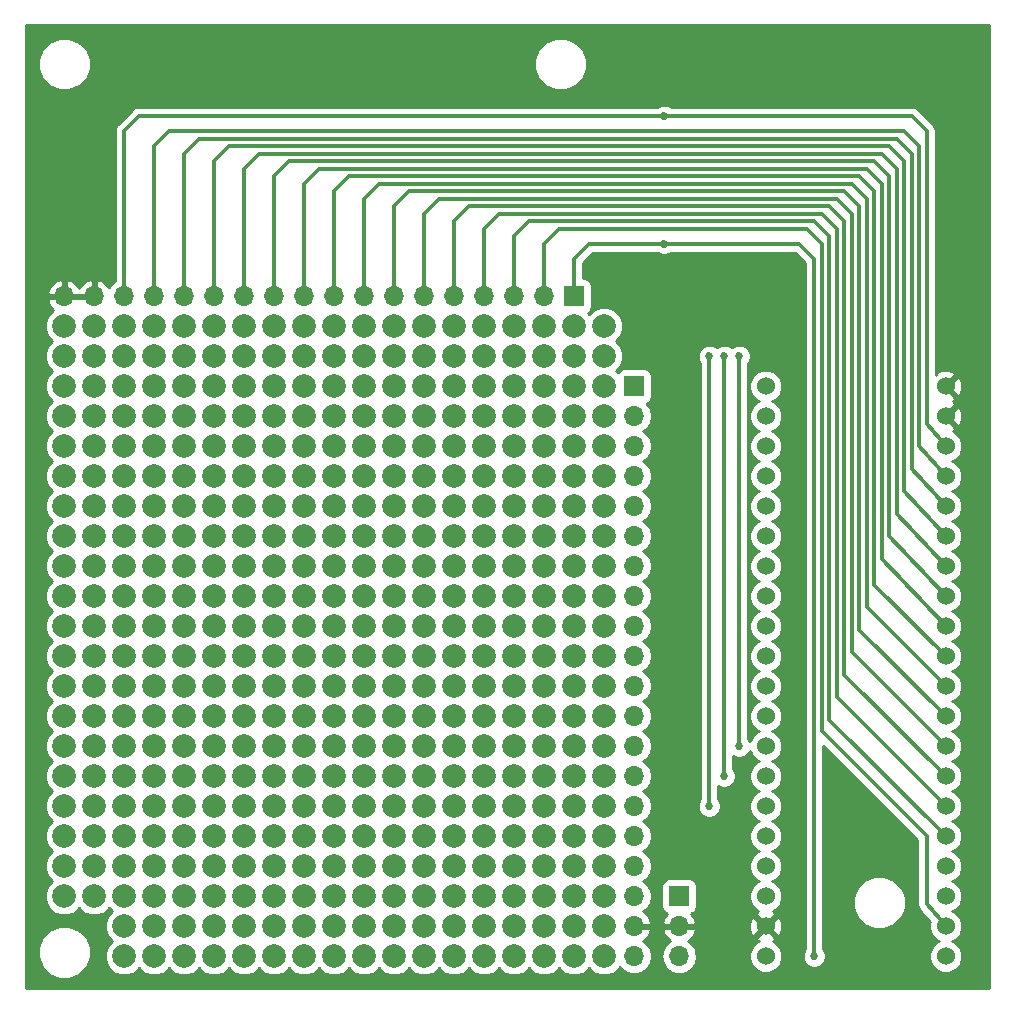
<source format=gbl>
G04 #@! TF.GenerationSoftware,KiCad,Pcbnew,5.0.2-bee76a0~70~ubuntu16.04.1*
G04 #@! TF.CreationDate,2018-12-09T14:19:21+01:00*
G04 #@! TF.ProjectId,STM32Node,53544d33-324e-46f6-9465-2e6b69636164,rev?*
G04 #@! TF.SameCoordinates,Original*
G04 #@! TF.FileFunction,Copper,L2,Bot*
G04 #@! TF.FilePolarity,Positive*
%FSLAX46Y46*%
G04 Gerber Fmt 4.6, Leading zero omitted, Abs format (unit mm)*
G04 Created by KiCad (PCBNEW 5.0.2-bee76a0~70~ubuntu16.04.1) date So 09 Dez 2018 14:19:21 CET*
%MOMM*%
%LPD*%
G01*
G04 APERTURE LIST*
G04 #@! TA.AperFunction,ComponentPad*
%ADD10C,1.524000*%
G04 #@! TD*
G04 #@! TA.AperFunction,ComponentPad*
%ADD11R,1.700000X1.700000*%
G04 #@! TD*
G04 #@! TA.AperFunction,ComponentPad*
%ADD12O,1.700000X1.700000*%
G04 #@! TD*
G04 #@! TA.AperFunction,ComponentPad*
%ADD13C,2.000000*%
G04 #@! TD*
G04 #@! TA.AperFunction,ViaPad*
%ADD14C,0.685800*%
G04 #@! TD*
G04 #@! TA.AperFunction,Conductor*
%ADD15C,0.305000*%
G04 #@! TD*
G04 #@! TA.AperFunction,Conductor*
%ADD16C,0.254000*%
G04 #@! TD*
G04 APERTURE END LIST*
D10*
G04 #@! TO.P,U1,1*
G04 #@! TO.N,/B12*
X233380000Y-81280000D03*
G04 #@! TO.P,U1,2*
G04 #@! TO.N,/B13*
X233380000Y-83820000D03*
G04 #@! TO.P,U1,3*
G04 #@! TO.N,/B14*
X233380000Y-86360000D03*
G04 #@! TO.P,U1,4*
G04 #@! TO.N,/B15*
X233380000Y-88900000D03*
G04 #@! TO.P,U1,5*
G04 #@! TO.N,/A8*
X233380000Y-91440000D03*
G04 #@! TO.P,U1,6*
G04 #@! TO.N,/A9*
X233380000Y-93980000D03*
G04 #@! TO.P,U1,7*
G04 #@! TO.N,/A10*
X233380000Y-96520000D03*
G04 #@! TO.P,U1,8*
G04 #@! TO.N,/A11*
X233380000Y-99060000D03*
G04 #@! TO.P,U1,9*
G04 #@! TO.N,/A12*
X233380000Y-101600000D03*
G04 #@! TO.P,U1,10*
G04 #@! TO.N,/A15*
X233380000Y-104140000D03*
G04 #@! TO.P,U1,11*
G04 #@! TO.N,/B3*
X233380000Y-106680000D03*
G04 #@! TO.P,U1,12*
G04 #@! TO.N,/B4*
X233380000Y-109220000D03*
G04 #@! TO.P,U1,13*
G04 #@! TO.N,/B5*
X233380000Y-111760000D03*
G04 #@! TO.P,U1,14*
G04 #@! TO.N,/B6*
X233380000Y-114300000D03*
G04 #@! TO.P,U1,15*
G04 #@! TO.N,/B7*
X233380000Y-116840000D03*
G04 #@! TO.P,U1,16*
G04 #@! TO.N,/B8*
X233380000Y-119380000D03*
G04 #@! TO.P,U1,17*
G04 #@! TO.N,/B9*
X233380000Y-121920000D03*
G04 #@! TO.P,U1,18*
G04 #@! TO.N,+5V*
X233380000Y-124460000D03*
G04 #@! TO.P,U1,19*
G04 #@! TO.N,GND*
X233380000Y-127000000D03*
G04 #@! TO.P,U1,20*
G04 #@! TO.N,+3V3*
X233380000Y-129540000D03*
G04 #@! TO.P,U1,21*
X248620000Y-129540000D03*
G04 #@! TO.P,U1,22*
G04 #@! TO.N,/C13*
X248620000Y-127000000D03*
G04 #@! TO.P,U1,23*
G04 #@! TO.N,Net-(U1-Pad23)*
X248620000Y-124460000D03*
G04 #@! TO.P,U1,24*
G04 #@! TO.N,Net-(U1-Pad24)*
X248620000Y-121920000D03*
G04 #@! TO.P,U1,25*
G04 #@! TO.N,/A0*
X248620000Y-119380000D03*
G04 #@! TO.P,U1,26*
G04 #@! TO.N,/A1*
X248620000Y-116840000D03*
G04 #@! TO.P,U1,27*
G04 #@! TO.N,/A2*
X248620000Y-114300000D03*
G04 #@! TO.P,U1,28*
G04 #@! TO.N,/A3*
X248620000Y-111760000D03*
G04 #@! TO.P,U1,29*
G04 #@! TO.N,/A4*
X248620000Y-109220000D03*
G04 #@! TO.P,U1,30*
G04 #@! TO.N,/A5*
X248620000Y-106680000D03*
G04 #@! TO.P,U1,31*
G04 #@! TO.N,/A6*
X248620000Y-104140000D03*
G04 #@! TO.P,U1,32*
G04 #@! TO.N,/A7*
X248620000Y-101600000D03*
G04 #@! TO.P,U1,33*
G04 #@! TO.N,/B0*
X248620000Y-99060000D03*
G04 #@! TO.P,U1,34*
G04 #@! TO.N,/B1*
X248620000Y-96520000D03*
G04 #@! TO.P,U1,35*
G04 #@! TO.N,/B10*
X248620000Y-93980000D03*
G04 #@! TO.P,U1,36*
G04 #@! TO.N,/B11*
X248620000Y-91440000D03*
G04 #@! TO.P,U1,37*
G04 #@! TO.N,/RESET*
X248620000Y-88900000D03*
G04 #@! TO.P,U1,38*
G04 #@! TO.N,+3V3*
X248620000Y-86360000D03*
G04 #@! TO.P,U1,39*
G04 #@! TO.N,GND*
X248620000Y-83820000D03*
G04 #@! TO.P,U1,40*
X248620000Y-81280000D03*
G04 #@! TD*
D11*
G04 #@! TO.P,J1,1*
G04 #@! TO.N,/B12*
X222250000Y-81280000D03*
D12*
G04 #@! TO.P,J1,2*
G04 #@! TO.N,/B13*
X222250000Y-83820000D03*
G04 #@! TO.P,J1,3*
G04 #@! TO.N,/B14*
X222250000Y-86360000D03*
G04 #@! TO.P,J1,4*
G04 #@! TO.N,/B15*
X222250000Y-88900000D03*
G04 #@! TO.P,J1,5*
G04 #@! TO.N,/A8*
X222250000Y-91440000D03*
G04 #@! TO.P,J1,6*
G04 #@! TO.N,/A9*
X222250000Y-93980000D03*
G04 #@! TO.P,J1,7*
G04 #@! TO.N,/A10*
X222250000Y-96520000D03*
G04 #@! TO.P,J1,8*
G04 #@! TO.N,/A11*
X222250000Y-99060000D03*
G04 #@! TO.P,J1,9*
G04 #@! TO.N,/A12*
X222250000Y-101600000D03*
G04 #@! TO.P,J1,10*
G04 #@! TO.N,/A15*
X222250000Y-104140000D03*
G04 #@! TO.P,J1,11*
G04 #@! TO.N,/B3*
X222250000Y-106680000D03*
G04 #@! TO.P,J1,12*
G04 #@! TO.N,/B4*
X222250000Y-109220000D03*
G04 #@! TO.P,J1,13*
G04 #@! TO.N,/B5*
X222250000Y-111760000D03*
G04 #@! TO.P,J1,14*
G04 #@! TO.N,/B6*
X222250000Y-114300000D03*
G04 #@! TO.P,J1,15*
G04 #@! TO.N,/B7*
X222250000Y-116840000D03*
G04 #@! TO.P,J1,16*
G04 #@! TO.N,/B8*
X222250000Y-119380000D03*
G04 #@! TO.P,J1,17*
G04 #@! TO.N,/B9*
X222250000Y-121920000D03*
G04 #@! TO.P,J1,18*
G04 #@! TO.N,+5V*
X222250000Y-124460000D03*
G04 #@! TO.P,J1,19*
G04 #@! TO.N,GND*
X222250000Y-127000000D03*
G04 #@! TO.P,J1,20*
G04 #@! TO.N,+3V3*
X222250000Y-129540000D03*
G04 #@! TD*
D11*
G04 #@! TO.P,J2,1*
G04 #@! TO.N,+3V3*
X217170000Y-73660000D03*
D12*
G04 #@! TO.P,J2,2*
G04 #@! TO.N,/C13*
X214630000Y-73660000D03*
G04 #@! TO.P,J2,3*
G04 #@! TO.N,/A0*
X212090000Y-73660000D03*
G04 #@! TO.P,J2,4*
G04 #@! TO.N,/A1*
X209550000Y-73660000D03*
G04 #@! TO.P,J2,5*
G04 #@! TO.N,/A2*
X207010000Y-73660000D03*
G04 #@! TO.P,J2,6*
G04 #@! TO.N,/A3*
X204470000Y-73660000D03*
G04 #@! TO.P,J2,7*
G04 #@! TO.N,/A4*
X201930000Y-73660000D03*
G04 #@! TO.P,J2,8*
G04 #@! TO.N,/A5*
X199390000Y-73660000D03*
G04 #@! TO.P,J2,9*
G04 #@! TO.N,/A6*
X196850000Y-73660000D03*
G04 #@! TO.P,J2,10*
G04 #@! TO.N,/A7*
X194310000Y-73660000D03*
G04 #@! TO.P,J2,11*
G04 #@! TO.N,/B0*
X191770000Y-73660000D03*
G04 #@! TO.P,J2,12*
G04 #@! TO.N,/B1*
X189230000Y-73660000D03*
G04 #@! TO.P,J2,13*
G04 #@! TO.N,/B10*
X186690000Y-73660000D03*
G04 #@! TO.P,J2,14*
G04 #@! TO.N,/B11*
X184150000Y-73660000D03*
G04 #@! TO.P,J2,15*
G04 #@! TO.N,/RESET*
X181610000Y-73660000D03*
G04 #@! TO.P,J2,16*
G04 #@! TO.N,+3V3*
X179070000Y-73660000D03*
G04 #@! TO.P,J2,17*
G04 #@! TO.N,GND*
X176530000Y-73660000D03*
G04 #@! TO.P,J2,18*
X173990000Y-73660000D03*
G04 #@! TD*
D11*
G04 #@! TO.P,J4,1*
G04 #@! TO.N,+5V*
X226060000Y-124460000D03*
D12*
G04 #@! TO.P,J4,2*
G04 #@! TO.N,GND*
X226060000Y-127000000D03*
G04 #@! TO.P,J4,3*
G04 #@! TO.N,+3V3*
X226060000Y-129540000D03*
G04 #@! TD*
D13*
G04 #@! TO.P,REF\002A\002A,*
G04 #@! TO.N,*
X179070000Y-129540000D03*
X179070000Y-127000000D03*
X179070000Y-124460000D03*
X176530000Y-124460000D03*
X173990000Y-124460000D03*
X217170000Y-124460000D03*
X191770000Y-116840000D03*
X212090000Y-119380000D03*
X199390000Y-127000000D03*
X217170000Y-119380000D03*
X186690000Y-124460000D03*
X217170000Y-121920000D03*
X196850000Y-116840000D03*
X212090000Y-116840000D03*
X173990000Y-119380000D03*
X191770000Y-124460000D03*
X184150000Y-124460000D03*
X191770000Y-121920000D03*
X207010000Y-129540000D03*
X181610000Y-124460000D03*
X212090000Y-127000000D03*
X209550000Y-129540000D03*
X184150000Y-119380000D03*
X207010000Y-119380000D03*
X204470000Y-121920000D03*
X219710000Y-121920000D03*
X184150000Y-121920000D03*
X186690000Y-121920000D03*
X189230000Y-127000000D03*
X201930000Y-129540000D03*
X194310000Y-116840000D03*
X219710000Y-124460000D03*
X212090000Y-121920000D03*
X219710000Y-129540000D03*
X194310000Y-129540000D03*
X181610000Y-121920000D03*
X191770000Y-119380000D03*
X189230000Y-119380000D03*
X204470000Y-124460000D03*
X214630000Y-124460000D03*
X199390000Y-121920000D03*
X184150000Y-129540000D03*
X201930000Y-121920000D03*
X219710000Y-127000000D03*
X207010000Y-124460000D03*
X196850000Y-127000000D03*
X207010000Y-121920000D03*
X212090000Y-129540000D03*
X181610000Y-127000000D03*
X189230000Y-116840000D03*
X196850000Y-121920000D03*
X189230000Y-121920000D03*
X201930000Y-119380000D03*
X186690000Y-129540000D03*
X214630000Y-127000000D03*
X196850000Y-129540000D03*
X184150000Y-127000000D03*
X209550000Y-119380000D03*
X181610000Y-129540000D03*
X209550000Y-121920000D03*
X207010000Y-116840000D03*
X201930000Y-124460000D03*
X214630000Y-129540000D03*
X194310000Y-127000000D03*
X194310000Y-124460000D03*
X196850000Y-119380000D03*
X173990000Y-116840000D03*
X186690000Y-127000000D03*
X212090000Y-124460000D03*
X196850000Y-124460000D03*
X204470000Y-127000000D03*
X214630000Y-119380000D03*
X179070000Y-119380000D03*
X204470000Y-116840000D03*
X199390000Y-124460000D03*
X199390000Y-119380000D03*
X176530000Y-116840000D03*
X186690000Y-119380000D03*
X204470000Y-119380000D03*
X219710000Y-119380000D03*
X189230000Y-129540000D03*
X219710000Y-116840000D03*
X207010000Y-127000000D03*
X214630000Y-121920000D03*
X199390000Y-116840000D03*
X217170000Y-127000000D03*
X204470000Y-129540000D03*
X201930000Y-127000000D03*
X176530000Y-121920000D03*
X181610000Y-119380000D03*
X179070000Y-121920000D03*
X191770000Y-127000000D03*
X186690000Y-116840000D03*
X214630000Y-116840000D03*
X209550000Y-124460000D03*
X176530000Y-119380000D03*
X217170000Y-129540000D03*
X194310000Y-119380000D03*
X184150000Y-116840000D03*
X194310000Y-121920000D03*
X201930000Y-116840000D03*
X173990000Y-121920000D03*
X181610000Y-116840000D03*
X199390000Y-129540000D03*
X191770000Y-129540000D03*
X209550000Y-127000000D03*
X189230000Y-124460000D03*
X209550000Y-116840000D03*
X179070000Y-116840000D03*
X217170000Y-116840000D03*
X186690000Y-111760000D03*
X204470000Y-109220000D03*
X214630000Y-109220000D03*
X209550000Y-111760000D03*
X189230000Y-109220000D03*
X173990000Y-96520000D03*
X209550000Y-109220000D03*
X207010000Y-111760000D03*
X214630000Y-106680000D03*
X199390000Y-106680000D03*
X184150000Y-114300000D03*
X201930000Y-111760000D03*
X176530000Y-106680000D03*
X184150000Y-106680000D03*
X186690000Y-106680000D03*
X176530000Y-114300000D03*
X204470000Y-114300000D03*
X191770000Y-104140000D03*
X189230000Y-104140000D03*
X214630000Y-104140000D03*
X179070000Y-104140000D03*
X217170000Y-114300000D03*
X214630000Y-96520000D03*
X201930000Y-106680000D03*
X219710000Y-111760000D03*
X179070000Y-111760000D03*
X212090000Y-109220000D03*
X179070000Y-106680000D03*
X191770000Y-111760000D03*
X207010000Y-109220000D03*
X196850000Y-111760000D03*
X199390000Y-96520000D03*
X184150000Y-96520000D03*
X186690000Y-96520000D03*
X179070000Y-96520000D03*
X189230000Y-111760000D03*
X201930000Y-114300000D03*
X219710000Y-109220000D03*
X212090000Y-106680000D03*
X191770000Y-101600000D03*
X212090000Y-104140000D03*
X196850000Y-109220000D03*
X204470000Y-111760000D03*
X181610000Y-114300000D03*
X209550000Y-106680000D03*
X173990000Y-106680000D03*
X181610000Y-101600000D03*
X207010000Y-106680000D03*
X191770000Y-99060000D03*
X181610000Y-106680000D03*
X179070000Y-109220000D03*
X209550000Y-104140000D03*
X181610000Y-99060000D03*
X212090000Y-101600000D03*
X217170000Y-99060000D03*
X173990000Y-99060000D03*
X176530000Y-104140000D03*
X204470000Y-104140000D03*
X219710000Y-104140000D03*
X194310000Y-104140000D03*
X184150000Y-101600000D03*
X199390000Y-104140000D03*
X176530000Y-101600000D03*
X173990000Y-101600000D03*
X186690000Y-99060000D03*
X217170000Y-96520000D03*
X181610000Y-104140000D03*
X209550000Y-96520000D03*
X186690000Y-101600000D03*
X204470000Y-99060000D03*
X214630000Y-99060000D03*
X209550000Y-101600000D03*
X179070000Y-101600000D03*
X212090000Y-99060000D03*
X196850000Y-99060000D03*
X204470000Y-101600000D03*
X199390000Y-109220000D03*
X199390000Y-111760000D03*
X201930000Y-96520000D03*
X173990000Y-114300000D03*
X191770000Y-114300000D03*
X189230000Y-114300000D03*
X219710000Y-101600000D03*
X186690000Y-109220000D03*
X217170000Y-106680000D03*
X194310000Y-111760000D03*
X194310000Y-109220000D03*
X173990000Y-104140000D03*
X191770000Y-109220000D03*
X209550000Y-114300000D03*
X184150000Y-104140000D03*
X201930000Y-101600000D03*
X191770000Y-96520000D03*
X204470000Y-96520000D03*
X176530000Y-111760000D03*
X173990000Y-111760000D03*
X184150000Y-111760000D03*
X199390000Y-114300000D03*
X207010000Y-99060000D03*
X196850000Y-101600000D03*
X199390000Y-99060000D03*
X199390000Y-101600000D03*
X217170000Y-111760000D03*
X196850000Y-114300000D03*
X194310000Y-96520000D03*
X176530000Y-99060000D03*
X201930000Y-99060000D03*
X217170000Y-109220000D03*
X173990000Y-109220000D03*
X184150000Y-99060000D03*
X186690000Y-104140000D03*
X214630000Y-101600000D03*
X181610000Y-96520000D03*
X179070000Y-99060000D03*
X217170000Y-101600000D03*
X219710000Y-114300000D03*
X194310000Y-114300000D03*
X196850000Y-104140000D03*
X219710000Y-96520000D03*
X207010000Y-104140000D03*
X209550000Y-99060000D03*
X207010000Y-101600000D03*
X201930000Y-109220000D03*
X184150000Y-109220000D03*
X191770000Y-106680000D03*
X204470000Y-106680000D03*
X219710000Y-106680000D03*
X207010000Y-114300000D03*
X181610000Y-109220000D03*
X212090000Y-111760000D03*
X194310000Y-106680000D03*
X176530000Y-109220000D03*
X196850000Y-106680000D03*
X189230000Y-106680000D03*
X196850000Y-96520000D03*
X189230000Y-96520000D03*
X214630000Y-114300000D03*
X179070000Y-114300000D03*
X176530000Y-96520000D03*
X194310000Y-101600000D03*
X194310000Y-99060000D03*
X219710000Y-99060000D03*
X212090000Y-96520000D03*
X212090000Y-114300000D03*
X181610000Y-111760000D03*
X189230000Y-101600000D03*
X201930000Y-104140000D03*
X186690000Y-114300000D03*
X214630000Y-111760000D03*
X217170000Y-104140000D03*
X189230000Y-99060000D03*
X207010000Y-96520000D03*
X173990000Y-86360000D03*
X191770000Y-93980000D03*
X189230000Y-93980000D03*
X214630000Y-93980000D03*
X179070000Y-93980000D03*
X214630000Y-86360000D03*
X199390000Y-86360000D03*
X184150000Y-86360000D03*
X186690000Y-86360000D03*
X179070000Y-86360000D03*
X191770000Y-91440000D03*
X212090000Y-93980000D03*
X181610000Y-91440000D03*
X191770000Y-88900000D03*
X209550000Y-93980000D03*
X181610000Y-88900000D03*
X212090000Y-91440000D03*
X217170000Y-88900000D03*
X173990000Y-88900000D03*
X176530000Y-93980000D03*
X204470000Y-93980000D03*
X219710000Y-93980000D03*
X194310000Y-93980000D03*
X184150000Y-91440000D03*
X199390000Y-93980000D03*
X176530000Y-91440000D03*
X173990000Y-91440000D03*
X186690000Y-88900000D03*
X217170000Y-86360000D03*
X181610000Y-93980000D03*
X209550000Y-86360000D03*
X186690000Y-91440000D03*
X204470000Y-88900000D03*
X214630000Y-88900000D03*
X209550000Y-91440000D03*
X179070000Y-91440000D03*
X212090000Y-88900000D03*
X196850000Y-88900000D03*
X204470000Y-91440000D03*
X201930000Y-86360000D03*
X219710000Y-91440000D03*
X173990000Y-93980000D03*
X184150000Y-93980000D03*
X201930000Y-91440000D03*
X191770000Y-86360000D03*
X204470000Y-86360000D03*
X207010000Y-88900000D03*
X196850000Y-91440000D03*
X199390000Y-88900000D03*
X199390000Y-91440000D03*
X194310000Y-86360000D03*
X176530000Y-88900000D03*
X201930000Y-88900000D03*
X184150000Y-88900000D03*
X186690000Y-93980000D03*
X214630000Y-91440000D03*
X181610000Y-86360000D03*
X179070000Y-88900000D03*
X217170000Y-91440000D03*
X196850000Y-93980000D03*
X219710000Y-86360000D03*
X207010000Y-93980000D03*
X209550000Y-88900000D03*
X207010000Y-91440000D03*
X196850000Y-86360000D03*
X189230000Y-86360000D03*
X176530000Y-86360000D03*
X194310000Y-91440000D03*
X194310000Y-88900000D03*
X219710000Y-88900000D03*
X212090000Y-86360000D03*
X189230000Y-91440000D03*
X201930000Y-93980000D03*
X217170000Y-93980000D03*
X189230000Y-88900000D03*
X207010000Y-86360000D03*
X191770000Y-83820000D03*
X181610000Y-83820000D03*
X212090000Y-83820000D03*
X184150000Y-83820000D03*
X176530000Y-83820000D03*
X173990000Y-83820000D03*
X186690000Y-83820000D03*
X209550000Y-83820000D03*
X179070000Y-83820000D03*
X204470000Y-83820000D03*
X219710000Y-83820000D03*
X201930000Y-83820000D03*
X196850000Y-83820000D03*
X199390000Y-83820000D03*
X214630000Y-83820000D03*
X217170000Y-83820000D03*
X207010000Y-83820000D03*
X194310000Y-83820000D03*
X189230000Y-83820000D03*
X191770000Y-81280000D03*
X181610000Y-81280000D03*
X217170000Y-81280000D03*
X173990000Y-81280000D03*
X186690000Y-81280000D03*
X204470000Y-81280000D03*
X214630000Y-81280000D03*
X212090000Y-81280000D03*
X196850000Y-81280000D03*
X207010000Y-81280000D03*
X199390000Y-81280000D03*
X176530000Y-81280000D03*
X201930000Y-81280000D03*
X184150000Y-81280000D03*
X179070000Y-81280000D03*
X209550000Y-81280000D03*
X194310000Y-81280000D03*
X219710000Y-81280000D03*
X189230000Y-81280000D03*
X173990000Y-78740000D03*
X214630000Y-78740000D03*
X199390000Y-78740000D03*
X184150000Y-78740000D03*
X186690000Y-78740000D03*
X179070000Y-78740000D03*
X217170000Y-78740000D03*
X209550000Y-78740000D03*
X201930000Y-78740000D03*
X191770000Y-78740000D03*
X204470000Y-78740000D03*
X194310000Y-78740000D03*
X181610000Y-78740000D03*
X219710000Y-78740000D03*
X196850000Y-78740000D03*
X189230000Y-78740000D03*
X176530000Y-78740000D03*
X212090000Y-78740000D03*
X207010000Y-78740000D03*
X212090000Y-76200000D03*
X217170000Y-76200000D03*
X214630000Y-76200000D03*
X219710000Y-76200000D03*
X204470000Y-76200000D03*
X209550000Y-76200000D03*
X207010000Y-76200000D03*
X196850000Y-76200000D03*
X201930000Y-76200000D03*
X199390000Y-76200000D03*
X189230000Y-76200000D03*
X194310000Y-76200000D03*
X191770000Y-76200000D03*
X186690000Y-76200000D03*
X184150000Y-76200000D03*
X179070000Y-76200000D03*
X181610000Y-76200000D03*
X176530000Y-76200000D03*
X173990000Y-76200000D03*
G04 #@! TD*
D14*
G04 #@! TO.N,+3V3*
X237490000Y-129540000D03*
X224790000Y-58420000D03*
X224790000Y-69215000D03*
G04 #@! TO.N,GND*
X248920000Y-65405000D03*
X248920000Y-66675000D03*
X248920000Y-67945000D03*
X248920000Y-69215000D03*
X227330000Y-56515000D03*
X228600000Y-56515000D03*
G04 #@! TO.N,/B5*
X231140000Y-111760000D03*
X231140000Y-111760000D03*
X231140000Y-78740000D03*
G04 #@! TO.N,/B6*
X229870000Y-78740000D03*
X229870000Y-114300000D03*
G04 #@! TO.N,/B7*
X228600000Y-78740000D03*
X228600000Y-116840000D03*
G04 #@! TD*
D15*
G04 #@! TO.N,+3V3*
X247015000Y-84455000D02*
X248620000Y-86360000D01*
X245745000Y-58420000D02*
X247015000Y-59690000D01*
X224790000Y-58420000D02*
X245745000Y-58420000D01*
X247015000Y-59690000D02*
X247015000Y-84455000D01*
X237490000Y-70485000D02*
X237490000Y-115570000D01*
X237490000Y-115570000D02*
X237490000Y-129540000D01*
X236220000Y-69215000D02*
X237490000Y-70485000D01*
X224790000Y-69215000D02*
X236220000Y-69215000D01*
X180340000Y-58420000D02*
X179070000Y-59690000D01*
X179070000Y-59690000D02*
X179070000Y-73660000D01*
X224790000Y-58420000D02*
X180340000Y-58420000D01*
X218440000Y-69215000D02*
X224790000Y-69215000D01*
X217170000Y-70485000D02*
X218440000Y-69215000D01*
X217170000Y-73660000D02*
X217170000Y-70485000D01*
G04 #@! TO.N,/B5*
X231140000Y-111760000D02*
X231140000Y-78740000D01*
G04 #@! TO.N,/B6*
X229870000Y-114300000D02*
X229870000Y-78740000D01*
G04 #@! TO.N,/B7*
X228600000Y-78740000D02*
X228600000Y-116840000D01*
G04 #@! TO.N,/C13*
X238125000Y-70485000D02*
X238125000Y-70496875D01*
X238125000Y-69215000D02*
X238125000Y-70485000D01*
X214630000Y-73660000D02*
X214630000Y-69215000D01*
X214630000Y-69215000D02*
X215900000Y-67945000D01*
X215900000Y-67945000D02*
X236855000Y-67945000D01*
X236855000Y-67945000D02*
X238125000Y-69215000D01*
X238125000Y-79375000D02*
X238125000Y-70485000D01*
X248620000Y-127000000D02*
X247015000Y-125095000D01*
X247015000Y-125095000D02*
X247015000Y-119380000D01*
X247015000Y-119380000D02*
X238125000Y-110490000D01*
X238125000Y-110490000D02*
X238125000Y-79375000D01*
G04 #@! TO.N,/A0*
X238760000Y-109520000D02*
X248620000Y-119380000D01*
X238760000Y-68580000D02*
X238760000Y-109520000D01*
X212090000Y-73660000D02*
X212090000Y-68580000D01*
X237490000Y-67310000D02*
X238760000Y-68580000D01*
X212090000Y-68580000D02*
X213360000Y-67310000D01*
X213360000Y-67310000D02*
X237490000Y-67310000D01*
G04 #@! TO.N,/A1*
X239395000Y-107615000D02*
X248620000Y-116840000D01*
X209550000Y-73660000D02*
X209550000Y-67945000D01*
X209550000Y-67945000D02*
X210820000Y-66675000D01*
X210820000Y-66675000D02*
X238125000Y-66675000D01*
X239395000Y-67945000D02*
X239395000Y-107615000D01*
X238125000Y-66675000D02*
X239395000Y-67945000D01*
G04 #@! TO.N,/A2*
X240030000Y-105710000D02*
X248620000Y-114300000D01*
X207010000Y-73660000D02*
X207010000Y-67310000D01*
X240030000Y-67310000D02*
X240030000Y-105710000D01*
X207010000Y-67310000D02*
X208280000Y-66040000D01*
X208280000Y-66040000D02*
X238760000Y-66040000D01*
X238760000Y-66040000D02*
X240030000Y-67310000D01*
G04 #@! TO.N,/A3*
X240665000Y-103805000D02*
X248620000Y-111760000D01*
X240665000Y-66675000D02*
X240665000Y-103805000D01*
X204470000Y-73660000D02*
X204470000Y-66675000D01*
X204470000Y-66675000D02*
X205740000Y-65405000D01*
X205740000Y-65405000D02*
X239395000Y-65405000D01*
X239395000Y-65405000D02*
X240665000Y-66675000D01*
G04 #@! TO.N,/A4*
X201930000Y-66040000D02*
X201930000Y-73660000D01*
X203200000Y-64770000D02*
X201930000Y-66040000D01*
X248620000Y-109220000D02*
X241300000Y-101900000D01*
X241300000Y-101900000D02*
X241300000Y-66040000D01*
X241300000Y-66040000D02*
X240030000Y-64770000D01*
X240030000Y-64770000D02*
X203200000Y-64770000D01*
G04 #@! TO.N,/A5*
X241935000Y-99995000D02*
X248620000Y-106680000D01*
X241935000Y-65405000D02*
X241935000Y-99995000D01*
X199390000Y-73660000D02*
X199390000Y-65405000D01*
X199390000Y-65405000D02*
X200660000Y-64135000D01*
X200660000Y-64135000D02*
X240665000Y-64135000D01*
X240665000Y-64135000D02*
X241935000Y-65405000D01*
G04 #@! TO.N,/A6*
X196850000Y-64770000D02*
X196850000Y-73660000D01*
X198120000Y-63500000D02*
X196850000Y-64770000D01*
X248620000Y-104140000D02*
X242570000Y-98090000D01*
X242570000Y-98090000D02*
X242570000Y-64770000D01*
X242570000Y-64770000D02*
X241300000Y-63500000D01*
X241300000Y-63500000D02*
X198120000Y-63500000D01*
G04 #@! TO.N,/A7*
X243205000Y-95885000D02*
X248620000Y-101600000D01*
X243205000Y-64135000D02*
X243205000Y-95885000D01*
X194310000Y-73660000D02*
X194310000Y-64135000D01*
X194310000Y-64135000D02*
X195580000Y-62865000D01*
X195580000Y-62865000D02*
X241935000Y-62865000D01*
X241935000Y-62865000D02*
X243205000Y-64135000D01*
G04 #@! TO.N,/B0*
X191770000Y-63500000D02*
X191770000Y-73660000D01*
X193040000Y-62230000D02*
X191770000Y-63500000D01*
X248620000Y-99060000D02*
X243840000Y-93980000D01*
X242570000Y-62230000D02*
X193040000Y-62230000D01*
X243840000Y-93980000D02*
X243840000Y-63500000D01*
X243840000Y-63500000D02*
X242570000Y-62230000D01*
G04 #@! TO.N,/B1*
X244475000Y-92075000D02*
X248620000Y-96520000D01*
X189230000Y-73660000D02*
X189230000Y-62865000D01*
X190500000Y-61595000D02*
X243205000Y-61595000D01*
X189230000Y-62865000D02*
X190500000Y-61595000D01*
X244475000Y-62865000D02*
X244475000Y-92075000D01*
X243205000Y-61595000D02*
X244475000Y-62865000D01*
G04 #@! TO.N,/B10*
X186690000Y-62230000D02*
X186690000Y-73660000D01*
X187960000Y-60960000D02*
X186690000Y-62230000D01*
X243840000Y-60960000D02*
X187960000Y-60960000D01*
X248620000Y-93980000D02*
X245110000Y-90170000D01*
X245110000Y-90170000D02*
X245110000Y-62230000D01*
X245110000Y-62230000D02*
X243840000Y-60960000D01*
G04 #@! TO.N,/B11*
X245745000Y-88265000D02*
X248620000Y-91440000D01*
X245745000Y-61595000D02*
X245745000Y-88265000D01*
X184150000Y-73660000D02*
X184150000Y-61595000D01*
X184150000Y-61595000D02*
X185420000Y-60325000D01*
X185420000Y-60325000D02*
X244475000Y-60325000D01*
X244475000Y-60325000D02*
X245745000Y-61595000D01*
G04 #@! TO.N,/RESET*
X181610000Y-60960000D02*
X181610000Y-73660000D01*
X182880000Y-59690000D02*
X181610000Y-60960000D01*
X248620000Y-88900000D02*
X246380000Y-86360000D01*
X246380000Y-86360000D02*
X246380000Y-60960000D01*
X246380000Y-60960000D02*
X245110000Y-59690000D01*
X245110000Y-59690000D02*
X182880000Y-59690000D01*
G04 #@! TD*
D16*
G04 #@! TO.N,GND*
G36*
X252265000Y-132265000D02*
X170735000Y-132265000D01*
X170735000Y-128755431D01*
X171765000Y-128755431D01*
X171765000Y-129644569D01*
X172105259Y-130466026D01*
X172733974Y-131094741D01*
X173555431Y-131435000D01*
X174444569Y-131435000D01*
X175266026Y-131094741D01*
X175894741Y-130466026D01*
X176235000Y-129644569D01*
X176235000Y-128755431D01*
X175894741Y-127933974D01*
X175266026Y-127305259D01*
X174444569Y-126965000D01*
X173555431Y-126965000D01*
X172733974Y-127305259D01*
X172105259Y-127933974D01*
X171765000Y-128755431D01*
X170735000Y-128755431D01*
X170735000Y-75874778D01*
X172355000Y-75874778D01*
X172355000Y-76525222D01*
X172603914Y-77126153D01*
X172947761Y-77470000D01*
X172603914Y-77813847D01*
X172355000Y-78414778D01*
X172355000Y-79065222D01*
X172603914Y-79666153D01*
X172947761Y-80010000D01*
X172603914Y-80353847D01*
X172355000Y-80954778D01*
X172355000Y-81605222D01*
X172603914Y-82206153D01*
X172947761Y-82550000D01*
X172603914Y-82893847D01*
X172355000Y-83494778D01*
X172355000Y-84145222D01*
X172603914Y-84746153D01*
X172947761Y-85090000D01*
X172603914Y-85433847D01*
X172355000Y-86034778D01*
X172355000Y-86685222D01*
X172603914Y-87286153D01*
X172947761Y-87630000D01*
X172603914Y-87973847D01*
X172355000Y-88574778D01*
X172355000Y-89225222D01*
X172603914Y-89826153D01*
X172947761Y-90170000D01*
X172603914Y-90513847D01*
X172355000Y-91114778D01*
X172355000Y-91765222D01*
X172603914Y-92366153D01*
X172947761Y-92710000D01*
X172603914Y-93053847D01*
X172355000Y-93654778D01*
X172355000Y-94305222D01*
X172603914Y-94906153D01*
X172947761Y-95250000D01*
X172603914Y-95593847D01*
X172355000Y-96194778D01*
X172355000Y-96845222D01*
X172603914Y-97446153D01*
X172947761Y-97790000D01*
X172603914Y-98133847D01*
X172355000Y-98734778D01*
X172355000Y-99385222D01*
X172603914Y-99986153D01*
X172947761Y-100330000D01*
X172603914Y-100673847D01*
X172355000Y-101274778D01*
X172355000Y-101925222D01*
X172603914Y-102526153D01*
X172947761Y-102870000D01*
X172603914Y-103213847D01*
X172355000Y-103814778D01*
X172355000Y-104465222D01*
X172603914Y-105066153D01*
X172947761Y-105410000D01*
X172603914Y-105753847D01*
X172355000Y-106354778D01*
X172355000Y-107005222D01*
X172603914Y-107606153D01*
X172947761Y-107950000D01*
X172603914Y-108293847D01*
X172355000Y-108894778D01*
X172355000Y-109545222D01*
X172603914Y-110146153D01*
X172947761Y-110490000D01*
X172603914Y-110833847D01*
X172355000Y-111434778D01*
X172355000Y-112085222D01*
X172603914Y-112686153D01*
X172947761Y-113030000D01*
X172603914Y-113373847D01*
X172355000Y-113974778D01*
X172355000Y-114625222D01*
X172603914Y-115226153D01*
X172947761Y-115570000D01*
X172603914Y-115913847D01*
X172355000Y-116514778D01*
X172355000Y-117165222D01*
X172603914Y-117766153D01*
X172947761Y-118110000D01*
X172603914Y-118453847D01*
X172355000Y-119054778D01*
X172355000Y-119705222D01*
X172603914Y-120306153D01*
X172947761Y-120650000D01*
X172603914Y-120993847D01*
X172355000Y-121594778D01*
X172355000Y-122245222D01*
X172603914Y-122846153D01*
X172947761Y-123190000D01*
X172603914Y-123533847D01*
X172355000Y-124134778D01*
X172355000Y-124785222D01*
X172603914Y-125386153D01*
X173063847Y-125846086D01*
X173664778Y-126095000D01*
X174315222Y-126095000D01*
X174916153Y-125846086D01*
X175260000Y-125502239D01*
X175603847Y-125846086D01*
X176204778Y-126095000D01*
X176855222Y-126095000D01*
X177456153Y-125846086D01*
X177800000Y-125502239D01*
X178027761Y-125730000D01*
X177683914Y-126073847D01*
X177435000Y-126674778D01*
X177435000Y-127325222D01*
X177683914Y-127926153D01*
X178027761Y-128270000D01*
X177683914Y-128613847D01*
X177435000Y-129214778D01*
X177435000Y-129865222D01*
X177683914Y-130466153D01*
X178143847Y-130926086D01*
X178744778Y-131175000D01*
X179395222Y-131175000D01*
X179996153Y-130926086D01*
X180340000Y-130582239D01*
X180683847Y-130926086D01*
X181284778Y-131175000D01*
X181935222Y-131175000D01*
X182536153Y-130926086D01*
X182880000Y-130582239D01*
X183223847Y-130926086D01*
X183824778Y-131175000D01*
X184475222Y-131175000D01*
X185076153Y-130926086D01*
X185420000Y-130582239D01*
X185763847Y-130926086D01*
X186364778Y-131175000D01*
X187015222Y-131175000D01*
X187616153Y-130926086D01*
X187960000Y-130582239D01*
X188303847Y-130926086D01*
X188904778Y-131175000D01*
X189555222Y-131175000D01*
X190156153Y-130926086D01*
X190500000Y-130582239D01*
X190843847Y-130926086D01*
X191444778Y-131175000D01*
X192095222Y-131175000D01*
X192696153Y-130926086D01*
X193040000Y-130582239D01*
X193383847Y-130926086D01*
X193984778Y-131175000D01*
X194635222Y-131175000D01*
X195236153Y-130926086D01*
X195580000Y-130582239D01*
X195923847Y-130926086D01*
X196524778Y-131175000D01*
X197175222Y-131175000D01*
X197776153Y-130926086D01*
X198120000Y-130582239D01*
X198463847Y-130926086D01*
X199064778Y-131175000D01*
X199715222Y-131175000D01*
X200316153Y-130926086D01*
X200660000Y-130582239D01*
X201003847Y-130926086D01*
X201604778Y-131175000D01*
X202255222Y-131175000D01*
X202856153Y-130926086D01*
X203200000Y-130582239D01*
X203543847Y-130926086D01*
X204144778Y-131175000D01*
X204795222Y-131175000D01*
X205396153Y-130926086D01*
X205740000Y-130582239D01*
X206083847Y-130926086D01*
X206684778Y-131175000D01*
X207335222Y-131175000D01*
X207936153Y-130926086D01*
X208280000Y-130582239D01*
X208623847Y-130926086D01*
X209224778Y-131175000D01*
X209875222Y-131175000D01*
X210476153Y-130926086D01*
X210820000Y-130582239D01*
X211163847Y-130926086D01*
X211764778Y-131175000D01*
X212415222Y-131175000D01*
X213016153Y-130926086D01*
X213360000Y-130582239D01*
X213703847Y-130926086D01*
X214304778Y-131175000D01*
X214955222Y-131175000D01*
X215556153Y-130926086D01*
X215900000Y-130582239D01*
X216243847Y-130926086D01*
X216844778Y-131175000D01*
X217495222Y-131175000D01*
X218096153Y-130926086D01*
X218440000Y-130582239D01*
X218783847Y-130926086D01*
X219384778Y-131175000D01*
X220035222Y-131175000D01*
X220636153Y-130926086D01*
X221088147Y-130474092D01*
X221179375Y-130610625D01*
X221670582Y-130938839D01*
X222103744Y-131025000D01*
X222396256Y-131025000D01*
X222829418Y-130938839D01*
X223320625Y-130610625D01*
X223648839Y-130119418D01*
X223764092Y-129540000D01*
X224545908Y-129540000D01*
X224661161Y-130119418D01*
X224989375Y-130610625D01*
X225480582Y-130938839D01*
X225913744Y-131025000D01*
X226206256Y-131025000D01*
X226639418Y-130938839D01*
X227130625Y-130610625D01*
X227458839Y-130119418D01*
X227574092Y-129540000D01*
X227518819Y-129262119D01*
X231983000Y-129262119D01*
X231983000Y-129817881D01*
X232195680Y-130331337D01*
X232588663Y-130724320D01*
X233102119Y-130937000D01*
X233657881Y-130937000D01*
X234171337Y-130724320D01*
X234564320Y-130331337D01*
X234777000Y-129817881D01*
X234777000Y-129262119D01*
X234564320Y-128748663D01*
X234171337Y-128355680D01*
X233980353Y-128276572D01*
X234111143Y-128222397D01*
X234180608Y-127980213D01*
X233380000Y-127179605D01*
X232579392Y-127980213D01*
X232648857Y-128222397D01*
X232789393Y-128272535D01*
X232588663Y-128355680D01*
X232195680Y-128748663D01*
X231983000Y-129262119D01*
X227518819Y-129262119D01*
X227458839Y-128960582D01*
X227130625Y-128469375D01*
X226811522Y-128256157D01*
X226941358Y-128195183D01*
X227331645Y-127766924D01*
X227501476Y-127356890D01*
X227380155Y-127127000D01*
X226187000Y-127127000D01*
X226187000Y-127147000D01*
X225933000Y-127147000D01*
X225933000Y-127127000D01*
X224739845Y-127127000D01*
X224618524Y-127356890D01*
X224788355Y-127766924D01*
X225178642Y-128195183D01*
X225308478Y-128256157D01*
X224989375Y-128469375D01*
X224661161Y-128960582D01*
X224545908Y-129540000D01*
X223764092Y-129540000D01*
X223648839Y-128960582D01*
X223320625Y-128469375D01*
X223001522Y-128256157D01*
X223131358Y-128195183D01*
X223521645Y-127766924D01*
X223691476Y-127356890D01*
X223570155Y-127127000D01*
X222377000Y-127127000D01*
X222377000Y-127147000D01*
X222123000Y-127147000D01*
X222123000Y-127127000D01*
X222103000Y-127127000D01*
X222103000Y-126873000D01*
X222123000Y-126873000D01*
X222123000Y-126853000D01*
X222377000Y-126853000D01*
X222377000Y-126873000D01*
X223570155Y-126873000D01*
X223691476Y-126643110D01*
X223521645Y-126233076D01*
X223131358Y-125804817D01*
X223001522Y-125743843D01*
X223320625Y-125530625D01*
X223648839Y-125039418D01*
X223764092Y-124460000D01*
X223648839Y-123880582D01*
X223468042Y-123610000D01*
X224562560Y-123610000D01*
X224562560Y-125310000D01*
X224611843Y-125557765D01*
X224752191Y-125767809D01*
X224962235Y-125908157D01*
X225065708Y-125928739D01*
X224788355Y-126233076D01*
X224618524Y-126643110D01*
X224739845Y-126873000D01*
X225933000Y-126873000D01*
X225933000Y-126853000D01*
X226187000Y-126853000D01*
X226187000Y-126873000D01*
X227380155Y-126873000D01*
X227422742Y-126792302D01*
X231970856Y-126792302D01*
X231998638Y-127347368D01*
X232157603Y-127731143D01*
X232399787Y-127800608D01*
X233200395Y-127000000D01*
X233559605Y-127000000D01*
X234360213Y-127800608D01*
X234602397Y-127731143D01*
X234789144Y-127207698D01*
X234761362Y-126652632D01*
X234602397Y-126268857D01*
X234360213Y-126199392D01*
X233559605Y-127000000D01*
X233200395Y-127000000D01*
X232399787Y-126199392D01*
X232157603Y-126268857D01*
X231970856Y-126792302D01*
X227422742Y-126792302D01*
X227501476Y-126643110D01*
X227331645Y-126233076D01*
X227054292Y-125928739D01*
X227157765Y-125908157D01*
X227367809Y-125767809D01*
X227508157Y-125557765D01*
X227557440Y-125310000D01*
X227557440Y-123610000D01*
X227508157Y-123362235D01*
X227367809Y-123152191D01*
X227157765Y-123011843D01*
X226910000Y-122962560D01*
X225210000Y-122962560D01*
X224962235Y-123011843D01*
X224752191Y-123152191D01*
X224611843Y-123362235D01*
X224562560Y-123610000D01*
X223468042Y-123610000D01*
X223320625Y-123389375D01*
X223022239Y-123190000D01*
X223320625Y-122990625D01*
X223648839Y-122499418D01*
X223764092Y-121920000D01*
X223648839Y-121340582D01*
X223320625Y-120849375D01*
X223022239Y-120650000D01*
X223320625Y-120450625D01*
X223648839Y-119959418D01*
X223764092Y-119380000D01*
X223648839Y-118800582D01*
X223320625Y-118309375D01*
X223022239Y-118110000D01*
X223320625Y-117910625D01*
X223648839Y-117419418D01*
X223764092Y-116840000D01*
X223648839Y-116260582D01*
X223320625Y-115769375D01*
X223022239Y-115570000D01*
X223320625Y-115370625D01*
X223648839Y-114879418D01*
X223764092Y-114300000D01*
X223648839Y-113720582D01*
X223320625Y-113229375D01*
X223022239Y-113030000D01*
X223320625Y-112830625D01*
X223648839Y-112339418D01*
X223764092Y-111760000D01*
X223648839Y-111180582D01*
X223320625Y-110689375D01*
X223022239Y-110490000D01*
X223320625Y-110290625D01*
X223648839Y-109799418D01*
X223764092Y-109220000D01*
X223648839Y-108640582D01*
X223320625Y-108149375D01*
X223022239Y-107950000D01*
X223320625Y-107750625D01*
X223648839Y-107259418D01*
X223764092Y-106680000D01*
X223648839Y-106100582D01*
X223320625Y-105609375D01*
X223022239Y-105410000D01*
X223320625Y-105210625D01*
X223648839Y-104719418D01*
X223764092Y-104140000D01*
X223648839Y-103560582D01*
X223320625Y-103069375D01*
X223022239Y-102870000D01*
X223320625Y-102670625D01*
X223648839Y-102179418D01*
X223764092Y-101600000D01*
X223648839Y-101020582D01*
X223320625Y-100529375D01*
X223022239Y-100330000D01*
X223320625Y-100130625D01*
X223648839Y-99639418D01*
X223764092Y-99060000D01*
X223648839Y-98480582D01*
X223320625Y-97989375D01*
X223022239Y-97790000D01*
X223320625Y-97590625D01*
X223648839Y-97099418D01*
X223764092Y-96520000D01*
X223648839Y-95940582D01*
X223320625Y-95449375D01*
X223022239Y-95250000D01*
X223320625Y-95050625D01*
X223648839Y-94559418D01*
X223764092Y-93980000D01*
X223648839Y-93400582D01*
X223320625Y-92909375D01*
X223022239Y-92710000D01*
X223320625Y-92510625D01*
X223648839Y-92019418D01*
X223764092Y-91440000D01*
X223648839Y-90860582D01*
X223320625Y-90369375D01*
X223022239Y-90170000D01*
X223320625Y-89970625D01*
X223648839Y-89479418D01*
X223764092Y-88900000D01*
X223648839Y-88320582D01*
X223320625Y-87829375D01*
X223022239Y-87630000D01*
X223320625Y-87430625D01*
X223648839Y-86939418D01*
X223764092Y-86360000D01*
X223648839Y-85780582D01*
X223320625Y-85289375D01*
X223022239Y-85090000D01*
X223320625Y-84890625D01*
X223648839Y-84399418D01*
X223764092Y-83820000D01*
X223648839Y-83240582D01*
X223320625Y-82749375D01*
X223302381Y-82737184D01*
X223347765Y-82728157D01*
X223557809Y-82587809D01*
X223698157Y-82377765D01*
X223747440Y-82130000D01*
X223747440Y-80430000D01*
X223698157Y-80182235D01*
X223557809Y-79972191D01*
X223347765Y-79831843D01*
X223100000Y-79782560D01*
X221400000Y-79782560D01*
X221152235Y-79831843D01*
X220942191Y-79972191D01*
X220850962Y-80108723D01*
X220752239Y-80010000D01*
X221096086Y-79666153D01*
X221345000Y-79065222D01*
X221345000Y-78545484D01*
X227622100Y-78545484D01*
X227622100Y-78934516D01*
X227770977Y-79293936D01*
X227812500Y-79335459D01*
X227812501Y-116244540D01*
X227770977Y-116286064D01*
X227622100Y-116645484D01*
X227622100Y-117034516D01*
X227770977Y-117393936D01*
X228046064Y-117669023D01*
X228405484Y-117817900D01*
X228794516Y-117817900D01*
X229153936Y-117669023D01*
X229429023Y-117393936D01*
X229577900Y-117034516D01*
X229577900Y-116645484D01*
X229429023Y-116286064D01*
X229387500Y-116244541D01*
X229387500Y-115158613D01*
X229675484Y-115277900D01*
X230064516Y-115277900D01*
X230423936Y-115129023D01*
X230699023Y-114853936D01*
X230847900Y-114494516D01*
X230847900Y-114105484D01*
X230699023Y-113746064D01*
X230657500Y-113704541D01*
X230657500Y-112618613D01*
X230945484Y-112737900D01*
X231334516Y-112737900D01*
X231693936Y-112589023D01*
X231969023Y-112313936D01*
X232033184Y-112159037D01*
X232195680Y-112551337D01*
X232588663Y-112944320D01*
X232795513Y-113030000D01*
X232588663Y-113115680D01*
X232195680Y-113508663D01*
X231983000Y-114022119D01*
X231983000Y-114577881D01*
X232195680Y-115091337D01*
X232588663Y-115484320D01*
X232795513Y-115570000D01*
X232588663Y-115655680D01*
X232195680Y-116048663D01*
X231983000Y-116562119D01*
X231983000Y-117117881D01*
X232195680Y-117631337D01*
X232588663Y-118024320D01*
X232795513Y-118110000D01*
X232588663Y-118195680D01*
X232195680Y-118588663D01*
X231983000Y-119102119D01*
X231983000Y-119657881D01*
X232195680Y-120171337D01*
X232588663Y-120564320D01*
X232795513Y-120650000D01*
X232588663Y-120735680D01*
X232195680Y-121128663D01*
X231983000Y-121642119D01*
X231983000Y-122197881D01*
X232195680Y-122711337D01*
X232588663Y-123104320D01*
X232795513Y-123190000D01*
X232588663Y-123275680D01*
X232195680Y-123668663D01*
X231983000Y-124182119D01*
X231983000Y-124737881D01*
X232195680Y-125251337D01*
X232588663Y-125644320D01*
X232779647Y-125723428D01*
X232648857Y-125777603D01*
X232579392Y-126019787D01*
X233380000Y-126820395D01*
X234180608Y-126019787D01*
X234111143Y-125777603D01*
X233970607Y-125727465D01*
X234171337Y-125644320D01*
X234564320Y-125251337D01*
X234777000Y-124737881D01*
X234777000Y-124182119D01*
X234564320Y-123668663D01*
X234171337Y-123275680D01*
X233964487Y-123190000D01*
X234171337Y-123104320D01*
X234564320Y-122711337D01*
X234777000Y-122197881D01*
X234777000Y-121642119D01*
X234564320Y-121128663D01*
X234171337Y-120735680D01*
X233964487Y-120650000D01*
X234171337Y-120564320D01*
X234564320Y-120171337D01*
X234777000Y-119657881D01*
X234777000Y-119102119D01*
X234564320Y-118588663D01*
X234171337Y-118195680D01*
X233964487Y-118110000D01*
X234171337Y-118024320D01*
X234564320Y-117631337D01*
X234777000Y-117117881D01*
X234777000Y-116562119D01*
X234564320Y-116048663D01*
X234171337Y-115655680D01*
X233964487Y-115570000D01*
X234171337Y-115484320D01*
X234564320Y-115091337D01*
X234777000Y-114577881D01*
X234777000Y-114022119D01*
X234564320Y-113508663D01*
X234171337Y-113115680D01*
X233964487Y-113030000D01*
X234171337Y-112944320D01*
X234564320Y-112551337D01*
X234777000Y-112037881D01*
X234777000Y-111482119D01*
X234564320Y-110968663D01*
X234171337Y-110575680D01*
X233964487Y-110490000D01*
X234171337Y-110404320D01*
X234564320Y-110011337D01*
X234777000Y-109497881D01*
X234777000Y-108942119D01*
X234564320Y-108428663D01*
X234171337Y-108035680D01*
X233964487Y-107950000D01*
X234171337Y-107864320D01*
X234564320Y-107471337D01*
X234777000Y-106957881D01*
X234777000Y-106402119D01*
X234564320Y-105888663D01*
X234171337Y-105495680D01*
X233964487Y-105410000D01*
X234171337Y-105324320D01*
X234564320Y-104931337D01*
X234777000Y-104417881D01*
X234777000Y-103862119D01*
X234564320Y-103348663D01*
X234171337Y-102955680D01*
X233964487Y-102870000D01*
X234171337Y-102784320D01*
X234564320Y-102391337D01*
X234777000Y-101877881D01*
X234777000Y-101322119D01*
X234564320Y-100808663D01*
X234171337Y-100415680D01*
X233964487Y-100330000D01*
X234171337Y-100244320D01*
X234564320Y-99851337D01*
X234777000Y-99337881D01*
X234777000Y-98782119D01*
X234564320Y-98268663D01*
X234171337Y-97875680D01*
X233964487Y-97790000D01*
X234171337Y-97704320D01*
X234564320Y-97311337D01*
X234777000Y-96797881D01*
X234777000Y-96242119D01*
X234564320Y-95728663D01*
X234171337Y-95335680D01*
X233964487Y-95250000D01*
X234171337Y-95164320D01*
X234564320Y-94771337D01*
X234777000Y-94257881D01*
X234777000Y-93702119D01*
X234564320Y-93188663D01*
X234171337Y-92795680D01*
X233964487Y-92710000D01*
X234171337Y-92624320D01*
X234564320Y-92231337D01*
X234777000Y-91717881D01*
X234777000Y-91162119D01*
X234564320Y-90648663D01*
X234171337Y-90255680D01*
X233964487Y-90170000D01*
X234171337Y-90084320D01*
X234564320Y-89691337D01*
X234777000Y-89177881D01*
X234777000Y-88622119D01*
X234564320Y-88108663D01*
X234171337Y-87715680D01*
X233964487Y-87630000D01*
X234171337Y-87544320D01*
X234564320Y-87151337D01*
X234777000Y-86637881D01*
X234777000Y-86082119D01*
X234564320Y-85568663D01*
X234171337Y-85175680D01*
X233964487Y-85090000D01*
X234171337Y-85004320D01*
X234564320Y-84611337D01*
X234777000Y-84097881D01*
X234777000Y-83542119D01*
X234564320Y-83028663D01*
X234171337Y-82635680D01*
X233964487Y-82550000D01*
X234171337Y-82464320D01*
X234564320Y-82071337D01*
X234777000Y-81557881D01*
X234777000Y-81002119D01*
X234564320Y-80488663D01*
X234171337Y-80095680D01*
X233657881Y-79883000D01*
X233102119Y-79883000D01*
X232588663Y-80095680D01*
X232195680Y-80488663D01*
X231983000Y-81002119D01*
X231983000Y-81557881D01*
X232195680Y-82071337D01*
X232588663Y-82464320D01*
X232795513Y-82550000D01*
X232588663Y-82635680D01*
X232195680Y-83028663D01*
X231983000Y-83542119D01*
X231983000Y-84097881D01*
X232195680Y-84611337D01*
X232588663Y-85004320D01*
X232795513Y-85090000D01*
X232588663Y-85175680D01*
X232195680Y-85568663D01*
X231983000Y-86082119D01*
X231983000Y-86637881D01*
X232195680Y-87151337D01*
X232588663Y-87544320D01*
X232795513Y-87630000D01*
X232588663Y-87715680D01*
X232195680Y-88108663D01*
X231983000Y-88622119D01*
X231983000Y-89177881D01*
X232195680Y-89691337D01*
X232588663Y-90084320D01*
X232795513Y-90170000D01*
X232588663Y-90255680D01*
X232195680Y-90648663D01*
X231983000Y-91162119D01*
X231983000Y-91717881D01*
X232195680Y-92231337D01*
X232588663Y-92624320D01*
X232795513Y-92710000D01*
X232588663Y-92795680D01*
X232195680Y-93188663D01*
X231983000Y-93702119D01*
X231983000Y-94257881D01*
X232195680Y-94771337D01*
X232588663Y-95164320D01*
X232795513Y-95250000D01*
X232588663Y-95335680D01*
X232195680Y-95728663D01*
X231983000Y-96242119D01*
X231983000Y-96797881D01*
X232195680Y-97311337D01*
X232588663Y-97704320D01*
X232795513Y-97790000D01*
X232588663Y-97875680D01*
X232195680Y-98268663D01*
X231983000Y-98782119D01*
X231983000Y-99337881D01*
X232195680Y-99851337D01*
X232588663Y-100244320D01*
X232795513Y-100330000D01*
X232588663Y-100415680D01*
X232195680Y-100808663D01*
X231983000Y-101322119D01*
X231983000Y-101877881D01*
X232195680Y-102391337D01*
X232588663Y-102784320D01*
X232795513Y-102870000D01*
X232588663Y-102955680D01*
X232195680Y-103348663D01*
X231983000Y-103862119D01*
X231983000Y-104417881D01*
X232195680Y-104931337D01*
X232588663Y-105324320D01*
X232795513Y-105410000D01*
X232588663Y-105495680D01*
X232195680Y-105888663D01*
X231983000Y-106402119D01*
X231983000Y-106957881D01*
X232195680Y-107471337D01*
X232588663Y-107864320D01*
X232795513Y-107950000D01*
X232588663Y-108035680D01*
X232195680Y-108428663D01*
X231983000Y-108942119D01*
X231983000Y-109497881D01*
X232195680Y-110011337D01*
X232588663Y-110404320D01*
X232795513Y-110490000D01*
X232588663Y-110575680D01*
X232195680Y-110968663D01*
X232033184Y-111360963D01*
X231969023Y-111206064D01*
X231927500Y-111164541D01*
X231927500Y-79335459D01*
X231969023Y-79293936D01*
X232117900Y-78934516D01*
X232117900Y-78545484D01*
X231969023Y-78186064D01*
X231693936Y-77910977D01*
X231334516Y-77762100D01*
X230945484Y-77762100D01*
X230586064Y-77910977D01*
X230505000Y-77992041D01*
X230423936Y-77910977D01*
X230064516Y-77762100D01*
X229675484Y-77762100D01*
X229316064Y-77910977D01*
X229235000Y-77992041D01*
X229153936Y-77910977D01*
X228794516Y-77762100D01*
X228405484Y-77762100D01*
X228046064Y-77910977D01*
X227770977Y-78186064D01*
X227622100Y-78545484D01*
X221345000Y-78545484D01*
X221345000Y-78414778D01*
X221096086Y-77813847D01*
X220752239Y-77470000D01*
X221096086Y-77126153D01*
X221345000Y-76525222D01*
X221345000Y-75874778D01*
X221096086Y-75273847D01*
X220636153Y-74813914D01*
X220035222Y-74565000D01*
X219384778Y-74565000D01*
X218783847Y-74813914D01*
X218440000Y-75157761D01*
X218341277Y-75059038D01*
X218477809Y-74967809D01*
X218618157Y-74757765D01*
X218667440Y-74510000D01*
X218667440Y-72810000D01*
X218618157Y-72562235D01*
X218477809Y-72352191D01*
X218267765Y-72211843D01*
X218020000Y-72162560D01*
X217957500Y-72162560D01*
X217957500Y-70811192D01*
X218766194Y-70002500D01*
X224194541Y-70002500D01*
X224236064Y-70044023D01*
X224595484Y-70192900D01*
X224984516Y-70192900D01*
X225343936Y-70044023D01*
X225385459Y-70002500D01*
X235893808Y-70002500D01*
X236702500Y-70811194D01*
X236702501Y-115492434D01*
X236702500Y-115492439D01*
X236702501Y-128944540D01*
X236660977Y-128986064D01*
X236512100Y-129345484D01*
X236512100Y-129734516D01*
X236660977Y-130093936D01*
X236936064Y-130369023D01*
X237295484Y-130517900D01*
X237684516Y-130517900D01*
X238043936Y-130369023D01*
X238319023Y-130093936D01*
X238467900Y-129734516D01*
X238467900Y-129345484D01*
X238319023Y-128986064D01*
X238277500Y-128944541D01*
X238277500Y-124555431D01*
X240765000Y-124555431D01*
X240765000Y-125444569D01*
X241105259Y-126266026D01*
X241733974Y-126894741D01*
X242555431Y-127235000D01*
X243444569Y-127235000D01*
X244266026Y-126894741D01*
X244894741Y-126266026D01*
X245235000Y-125444569D01*
X245235000Y-124555431D01*
X244894741Y-123733974D01*
X244266026Y-123105259D01*
X243444569Y-122765000D01*
X242555431Y-122765000D01*
X241733974Y-123105259D01*
X241105259Y-123733974D01*
X240765000Y-124555431D01*
X238277500Y-124555431D01*
X238277500Y-111756192D01*
X246227501Y-119706194D01*
X246227500Y-124983377D01*
X246214989Y-125026623D01*
X246227500Y-125138781D01*
X246227500Y-125172561D01*
X246236079Y-125215691D01*
X246249720Y-125337979D01*
X246266435Y-125368303D01*
X246273191Y-125402266D01*
X246341559Y-125504586D01*
X246362781Y-125543086D01*
X246384539Y-125568911D01*
X246447244Y-125662756D01*
X246484680Y-125687770D01*
X247266882Y-126616179D01*
X247223000Y-126722119D01*
X247223000Y-127277881D01*
X247435680Y-127791337D01*
X247828663Y-128184320D01*
X248035513Y-128270000D01*
X247828663Y-128355680D01*
X247435680Y-128748663D01*
X247223000Y-129262119D01*
X247223000Y-129817881D01*
X247435680Y-130331337D01*
X247828663Y-130724320D01*
X248342119Y-130937000D01*
X248897881Y-130937000D01*
X249411337Y-130724320D01*
X249804320Y-130331337D01*
X250017000Y-129817881D01*
X250017000Y-129262119D01*
X249804320Y-128748663D01*
X249411337Y-128355680D01*
X249204487Y-128270000D01*
X249411337Y-128184320D01*
X249804320Y-127791337D01*
X250017000Y-127277881D01*
X250017000Y-126722119D01*
X249804320Y-126208663D01*
X249411337Y-125815680D01*
X249204487Y-125730000D01*
X249411337Y-125644320D01*
X249804320Y-125251337D01*
X250017000Y-124737881D01*
X250017000Y-124182119D01*
X249804320Y-123668663D01*
X249411337Y-123275680D01*
X249204487Y-123190000D01*
X249411337Y-123104320D01*
X249804320Y-122711337D01*
X250017000Y-122197881D01*
X250017000Y-121642119D01*
X249804320Y-121128663D01*
X249411337Y-120735680D01*
X249204487Y-120650000D01*
X249411337Y-120564320D01*
X249804320Y-120171337D01*
X250017000Y-119657881D01*
X250017000Y-119102119D01*
X249804320Y-118588663D01*
X249411337Y-118195680D01*
X249204487Y-118110000D01*
X249411337Y-118024320D01*
X249804320Y-117631337D01*
X250017000Y-117117881D01*
X250017000Y-116562119D01*
X249804320Y-116048663D01*
X249411337Y-115655680D01*
X249204487Y-115570000D01*
X249411337Y-115484320D01*
X249804320Y-115091337D01*
X250017000Y-114577881D01*
X250017000Y-114022119D01*
X249804320Y-113508663D01*
X249411337Y-113115680D01*
X249204487Y-113030000D01*
X249411337Y-112944320D01*
X249804320Y-112551337D01*
X250017000Y-112037881D01*
X250017000Y-111482119D01*
X249804320Y-110968663D01*
X249411337Y-110575680D01*
X249204487Y-110490000D01*
X249411337Y-110404320D01*
X249804320Y-110011337D01*
X250017000Y-109497881D01*
X250017000Y-108942119D01*
X249804320Y-108428663D01*
X249411337Y-108035680D01*
X249204487Y-107950000D01*
X249411337Y-107864320D01*
X249804320Y-107471337D01*
X250017000Y-106957881D01*
X250017000Y-106402119D01*
X249804320Y-105888663D01*
X249411337Y-105495680D01*
X249204487Y-105410000D01*
X249411337Y-105324320D01*
X249804320Y-104931337D01*
X250017000Y-104417881D01*
X250017000Y-103862119D01*
X249804320Y-103348663D01*
X249411337Y-102955680D01*
X249204487Y-102870000D01*
X249411337Y-102784320D01*
X249804320Y-102391337D01*
X250017000Y-101877881D01*
X250017000Y-101322119D01*
X249804320Y-100808663D01*
X249411337Y-100415680D01*
X249204487Y-100330000D01*
X249411337Y-100244320D01*
X249804320Y-99851337D01*
X250017000Y-99337881D01*
X250017000Y-98782119D01*
X249804320Y-98268663D01*
X249411337Y-97875680D01*
X249204487Y-97790000D01*
X249411337Y-97704320D01*
X249804320Y-97311337D01*
X250017000Y-96797881D01*
X250017000Y-96242119D01*
X249804320Y-95728663D01*
X249411337Y-95335680D01*
X249204487Y-95250000D01*
X249411337Y-95164320D01*
X249804320Y-94771337D01*
X250017000Y-94257881D01*
X250017000Y-93702119D01*
X249804320Y-93188663D01*
X249411337Y-92795680D01*
X249204487Y-92710000D01*
X249411337Y-92624320D01*
X249804320Y-92231337D01*
X250017000Y-91717881D01*
X250017000Y-91162119D01*
X249804320Y-90648663D01*
X249411337Y-90255680D01*
X249204487Y-90170000D01*
X249411337Y-90084320D01*
X249804320Y-89691337D01*
X250017000Y-89177881D01*
X250017000Y-88622119D01*
X249804320Y-88108663D01*
X249411337Y-87715680D01*
X249204487Y-87630000D01*
X249411337Y-87544320D01*
X249804320Y-87151337D01*
X250017000Y-86637881D01*
X250017000Y-86082119D01*
X249804320Y-85568663D01*
X249411337Y-85175680D01*
X249220353Y-85096572D01*
X249351143Y-85042397D01*
X249420608Y-84800213D01*
X248620000Y-83999605D01*
X248605858Y-84013748D01*
X248426253Y-83834143D01*
X248440395Y-83820000D01*
X248799605Y-83820000D01*
X249600213Y-84620608D01*
X249842397Y-84551143D01*
X250029144Y-84027698D01*
X250001362Y-83472632D01*
X249842397Y-83088857D01*
X249600213Y-83019392D01*
X248799605Y-83820000D01*
X248440395Y-83820000D01*
X248426253Y-83805858D01*
X248605858Y-83626253D01*
X248620000Y-83640395D01*
X249420608Y-82839787D01*
X249351143Y-82597603D01*
X249227656Y-82553547D01*
X249351143Y-82502397D01*
X249420608Y-82260213D01*
X248620000Y-81459605D01*
X248605858Y-81473748D01*
X248426253Y-81294143D01*
X248440395Y-81280000D01*
X248799605Y-81280000D01*
X249600213Y-82080608D01*
X249842397Y-82011143D01*
X250029144Y-81487698D01*
X250001362Y-80932632D01*
X249842397Y-80548857D01*
X249600213Y-80479392D01*
X248799605Y-81280000D01*
X248440395Y-81280000D01*
X248426253Y-81265858D01*
X248605858Y-81086253D01*
X248620000Y-81100395D01*
X249420608Y-80299787D01*
X249351143Y-80057603D01*
X248827698Y-79870856D01*
X248272632Y-79898638D01*
X247888857Y-80057603D01*
X247819393Y-80299785D01*
X247802500Y-80282892D01*
X247802500Y-59767560D01*
X247817928Y-59689999D01*
X247802500Y-59612438D01*
X247756809Y-59382733D01*
X247582756Y-59122244D01*
X247517004Y-59078310D01*
X246356694Y-57918002D01*
X246312756Y-57852244D01*
X246052267Y-57678191D01*
X245822562Y-57632500D01*
X245822561Y-57632500D01*
X245745000Y-57617072D01*
X245667439Y-57632500D01*
X225385459Y-57632500D01*
X225343936Y-57590977D01*
X224984516Y-57442100D01*
X224595484Y-57442100D01*
X224236064Y-57590977D01*
X224194541Y-57632500D01*
X180417560Y-57632500D01*
X180339999Y-57617072D01*
X180262438Y-57632500D01*
X180032733Y-57678191D01*
X179772244Y-57852244D01*
X179728310Y-57917997D01*
X178568002Y-59078306D01*
X178502244Y-59122244D01*
X178328191Y-59382734D01*
X178288318Y-59583191D01*
X178267072Y-59690000D01*
X178282500Y-59767561D01*
X178282501Y-72400196D01*
X177999375Y-72589375D01*
X177786157Y-72908478D01*
X177725183Y-72778642D01*
X177296924Y-72388355D01*
X176886890Y-72218524D01*
X176657000Y-72339845D01*
X176657000Y-73533000D01*
X176677000Y-73533000D01*
X176677000Y-73787000D01*
X176657000Y-73787000D01*
X176657000Y-73807000D01*
X176403000Y-73807000D01*
X176403000Y-73787000D01*
X174117000Y-73787000D01*
X174117000Y-73807000D01*
X173863000Y-73807000D01*
X173863000Y-73787000D01*
X172669181Y-73787000D01*
X172548514Y-74016892D01*
X172794817Y-74541358D01*
X173084502Y-74805358D01*
X173063847Y-74813914D01*
X172603914Y-75273847D01*
X172355000Y-75874778D01*
X170735000Y-75874778D01*
X170735000Y-73303108D01*
X172548514Y-73303108D01*
X172669181Y-73533000D01*
X173863000Y-73533000D01*
X173863000Y-72339845D01*
X174117000Y-72339845D01*
X174117000Y-73533000D01*
X176403000Y-73533000D01*
X176403000Y-72339845D01*
X176173110Y-72218524D01*
X175763076Y-72388355D01*
X175334817Y-72778642D01*
X175260000Y-72937954D01*
X175185183Y-72778642D01*
X174756924Y-72388355D01*
X174346890Y-72218524D01*
X174117000Y-72339845D01*
X173863000Y-72339845D01*
X173633110Y-72218524D01*
X173223076Y-72388355D01*
X172794817Y-72778642D01*
X172548514Y-73303108D01*
X170735000Y-73303108D01*
X170735000Y-53555431D01*
X171765000Y-53555431D01*
X171765000Y-54444569D01*
X172105259Y-55266026D01*
X172733974Y-55894741D01*
X173555431Y-56235000D01*
X174444569Y-56235000D01*
X175266026Y-55894741D01*
X175894741Y-55266026D01*
X176235000Y-54444569D01*
X176235000Y-53555431D01*
X213765000Y-53555431D01*
X213765000Y-54444569D01*
X214105259Y-55266026D01*
X214733974Y-55894741D01*
X215555431Y-56235000D01*
X216444569Y-56235000D01*
X217266026Y-55894741D01*
X217894741Y-55266026D01*
X218235000Y-54444569D01*
X218235000Y-53555431D01*
X217894741Y-52733974D01*
X217266026Y-52105259D01*
X216444569Y-51765000D01*
X215555431Y-51765000D01*
X214733974Y-52105259D01*
X214105259Y-52733974D01*
X213765000Y-53555431D01*
X176235000Y-53555431D01*
X175894741Y-52733974D01*
X175266026Y-52105259D01*
X174444569Y-51765000D01*
X173555431Y-51765000D01*
X172733974Y-52105259D01*
X172105259Y-52733974D01*
X171765000Y-53555431D01*
X170735000Y-53555431D01*
X170735000Y-50735000D01*
X252265001Y-50735000D01*
X252265000Y-132265000D01*
X252265000Y-132265000D01*
G37*
X252265000Y-132265000D02*
X170735000Y-132265000D01*
X170735000Y-128755431D01*
X171765000Y-128755431D01*
X171765000Y-129644569D01*
X172105259Y-130466026D01*
X172733974Y-131094741D01*
X173555431Y-131435000D01*
X174444569Y-131435000D01*
X175266026Y-131094741D01*
X175894741Y-130466026D01*
X176235000Y-129644569D01*
X176235000Y-128755431D01*
X175894741Y-127933974D01*
X175266026Y-127305259D01*
X174444569Y-126965000D01*
X173555431Y-126965000D01*
X172733974Y-127305259D01*
X172105259Y-127933974D01*
X171765000Y-128755431D01*
X170735000Y-128755431D01*
X170735000Y-75874778D01*
X172355000Y-75874778D01*
X172355000Y-76525222D01*
X172603914Y-77126153D01*
X172947761Y-77470000D01*
X172603914Y-77813847D01*
X172355000Y-78414778D01*
X172355000Y-79065222D01*
X172603914Y-79666153D01*
X172947761Y-80010000D01*
X172603914Y-80353847D01*
X172355000Y-80954778D01*
X172355000Y-81605222D01*
X172603914Y-82206153D01*
X172947761Y-82550000D01*
X172603914Y-82893847D01*
X172355000Y-83494778D01*
X172355000Y-84145222D01*
X172603914Y-84746153D01*
X172947761Y-85090000D01*
X172603914Y-85433847D01*
X172355000Y-86034778D01*
X172355000Y-86685222D01*
X172603914Y-87286153D01*
X172947761Y-87630000D01*
X172603914Y-87973847D01*
X172355000Y-88574778D01*
X172355000Y-89225222D01*
X172603914Y-89826153D01*
X172947761Y-90170000D01*
X172603914Y-90513847D01*
X172355000Y-91114778D01*
X172355000Y-91765222D01*
X172603914Y-92366153D01*
X172947761Y-92710000D01*
X172603914Y-93053847D01*
X172355000Y-93654778D01*
X172355000Y-94305222D01*
X172603914Y-94906153D01*
X172947761Y-95250000D01*
X172603914Y-95593847D01*
X172355000Y-96194778D01*
X172355000Y-96845222D01*
X172603914Y-97446153D01*
X172947761Y-97790000D01*
X172603914Y-98133847D01*
X172355000Y-98734778D01*
X172355000Y-99385222D01*
X172603914Y-99986153D01*
X172947761Y-100330000D01*
X172603914Y-100673847D01*
X172355000Y-101274778D01*
X172355000Y-101925222D01*
X172603914Y-102526153D01*
X172947761Y-102870000D01*
X172603914Y-103213847D01*
X172355000Y-103814778D01*
X172355000Y-104465222D01*
X172603914Y-105066153D01*
X172947761Y-105410000D01*
X172603914Y-105753847D01*
X172355000Y-106354778D01*
X172355000Y-107005222D01*
X172603914Y-107606153D01*
X172947761Y-107950000D01*
X172603914Y-108293847D01*
X172355000Y-108894778D01*
X172355000Y-109545222D01*
X172603914Y-110146153D01*
X172947761Y-110490000D01*
X172603914Y-110833847D01*
X172355000Y-111434778D01*
X172355000Y-112085222D01*
X172603914Y-112686153D01*
X172947761Y-113030000D01*
X172603914Y-113373847D01*
X172355000Y-113974778D01*
X172355000Y-114625222D01*
X172603914Y-115226153D01*
X172947761Y-115570000D01*
X172603914Y-115913847D01*
X172355000Y-116514778D01*
X172355000Y-117165222D01*
X172603914Y-117766153D01*
X172947761Y-118110000D01*
X172603914Y-118453847D01*
X172355000Y-119054778D01*
X172355000Y-119705222D01*
X172603914Y-120306153D01*
X172947761Y-120650000D01*
X172603914Y-120993847D01*
X172355000Y-121594778D01*
X172355000Y-122245222D01*
X172603914Y-122846153D01*
X172947761Y-123190000D01*
X172603914Y-123533847D01*
X172355000Y-124134778D01*
X172355000Y-124785222D01*
X172603914Y-125386153D01*
X173063847Y-125846086D01*
X173664778Y-126095000D01*
X174315222Y-126095000D01*
X174916153Y-125846086D01*
X175260000Y-125502239D01*
X175603847Y-125846086D01*
X176204778Y-126095000D01*
X176855222Y-126095000D01*
X177456153Y-125846086D01*
X177800000Y-125502239D01*
X178027761Y-125730000D01*
X177683914Y-126073847D01*
X177435000Y-126674778D01*
X177435000Y-127325222D01*
X177683914Y-127926153D01*
X178027761Y-128270000D01*
X177683914Y-128613847D01*
X177435000Y-129214778D01*
X177435000Y-129865222D01*
X177683914Y-130466153D01*
X178143847Y-130926086D01*
X178744778Y-131175000D01*
X179395222Y-131175000D01*
X179996153Y-130926086D01*
X180340000Y-130582239D01*
X180683847Y-130926086D01*
X181284778Y-131175000D01*
X181935222Y-131175000D01*
X182536153Y-130926086D01*
X182880000Y-130582239D01*
X183223847Y-130926086D01*
X183824778Y-131175000D01*
X184475222Y-131175000D01*
X185076153Y-130926086D01*
X185420000Y-130582239D01*
X185763847Y-130926086D01*
X186364778Y-131175000D01*
X187015222Y-131175000D01*
X187616153Y-130926086D01*
X187960000Y-130582239D01*
X188303847Y-130926086D01*
X188904778Y-131175000D01*
X189555222Y-131175000D01*
X190156153Y-130926086D01*
X190500000Y-130582239D01*
X190843847Y-130926086D01*
X191444778Y-131175000D01*
X192095222Y-131175000D01*
X192696153Y-130926086D01*
X193040000Y-130582239D01*
X193383847Y-130926086D01*
X193984778Y-131175000D01*
X194635222Y-131175000D01*
X195236153Y-130926086D01*
X195580000Y-130582239D01*
X195923847Y-130926086D01*
X196524778Y-131175000D01*
X197175222Y-131175000D01*
X197776153Y-130926086D01*
X198120000Y-130582239D01*
X198463847Y-130926086D01*
X199064778Y-131175000D01*
X199715222Y-131175000D01*
X200316153Y-130926086D01*
X200660000Y-130582239D01*
X201003847Y-130926086D01*
X201604778Y-131175000D01*
X202255222Y-131175000D01*
X202856153Y-130926086D01*
X203200000Y-130582239D01*
X203543847Y-130926086D01*
X204144778Y-131175000D01*
X204795222Y-131175000D01*
X205396153Y-130926086D01*
X205740000Y-130582239D01*
X206083847Y-130926086D01*
X206684778Y-131175000D01*
X207335222Y-131175000D01*
X207936153Y-130926086D01*
X208280000Y-130582239D01*
X208623847Y-130926086D01*
X209224778Y-131175000D01*
X209875222Y-131175000D01*
X210476153Y-130926086D01*
X210820000Y-130582239D01*
X211163847Y-130926086D01*
X211764778Y-131175000D01*
X212415222Y-131175000D01*
X213016153Y-130926086D01*
X213360000Y-130582239D01*
X213703847Y-130926086D01*
X214304778Y-131175000D01*
X214955222Y-131175000D01*
X215556153Y-130926086D01*
X215900000Y-130582239D01*
X216243847Y-130926086D01*
X216844778Y-131175000D01*
X217495222Y-131175000D01*
X218096153Y-130926086D01*
X218440000Y-130582239D01*
X218783847Y-130926086D01*
X219384778Y-131175000D01*
X220035222Y-131175000D01*
X220636153Y-130926086D01*
X221088147Y-130474092D01*
X221179375Y-130610625D01*
X221670582Y-130938839D01*
X222103744Y-131025000D01*
X222396256Y-131025000D01*
X222829418Y-130938839D01*
X223320625Y-130610625D01*
X223648839Y-130119418D01*
X223764092Y-129540000D01*
X224545908Y-129540000D01*
X224661161Y-130119418D01*
X224989375Y-130610625D01*
X225480582Y-130938839D01*
X225913744Y-131025000D01*
X226206256Y-131025000D01*
X226639418Y-130938839D01*
X227130625Y-130610625D01*
X227458839Y-130119418D01*
X227574092Y-129540000D01*
X227518819Y-129262119D01*
X231983000Y-129262119D01*
X231983000Y-129817881D01*
X232195680Y-130331337D01*
X232588663Y-130724320D01*
X233102119Y-130937000D01*
X233657881Y-130937000D01*
X234171337Y-130724320D01*
X234564320Y-130331337D01*
X234777000Y-129817881D01*
X234777000Y-129262119D01*
X234564320Y-128748663D01*
X234171337Y-128355680D01*
X233980353Y-128276572D01*
X234111143Y-128222397D01*
X234180608Y-127980213D01*
X233380000Y-127179605D01*
X232579392Y-127980213D01*
X232648857Y-128222397D01*
X232789393Y-128272535D01*
X232588663Y-128355680D01*
X232195680Y-128748663D01*
X231983000Y-129262119D01*
X227518819Y-129262119D01*
X227458839Y-128960582D01*
X227130625Y-128469375D01*
X226811522Y-128256157D01*
X226941358Y-128195183D01*
X227331645Y-127766924D01*
X227501476Y-127356890D01*
X227380155Y-127127000D01*
X226187000Y-127127000D01*
X226187000Y-127147000D01*
X225933000Y-127147000D01*
X225933000Y-127127000D01*
X224739845Y-127127000D01*
X224618524Y-127356890D01*
X224788355Y-127766924D01*
X225178642Y-128195183D01*
X225308478Y-128256157D01*
X224989375Y-128469375D01*
X224661161Y-128960582D01*
X224545908Y-129540000D01*
X223764092Y-129540000D01*
X223648839Y-128960582D01*
X223320625Y-128469375D01*
X223001522Y-128256157D01*
X223131358Y-128195183D01*
X223521645Y-127766924D01*
X223691476Y-127356890D01*
X223570155Y-127127000D01*
X222377000Y-127127000D01*
X222377000Y-127147000D01*
X222123000Y-127147000D01*
X222123000Y-127127000D01*
X222103000Y-127127000D01*
X222103000Y-126873000D01*
X222123000Y-126873000D01*
X222123000Y-126853000D01*
X222377000Y-126853000D01*
X222377000Y-126873000D01*
X223570155Y-126873000D01*
X223691476Y-126643110D01*
X223521645Y-126233076D01*
X223131358Y-125804817D01*
X223001522Y-125743843D01*
X223320625Y-125530625D01*
X223648839Y-125039418D01*
X223764092Y-124460000D01*
X223648839Y-123880582D01*
X223468042Y-123610000D01*
X224562560Y-123610000D01*
X224562560Y-125310000D01*
X224611843Y-125557765D01*
X224752191Y-125767809D01*
X224962235Y-125908157D01*
X225065708Y-125928739D01*
X224788355Y-126233076D01*
X224618524Y-126643110D01*
X224739845Y-126873000D01*
X225933000Y-126873000D01*
X225933000Y-126853000D01*
X226187000Y-126853000D01*
X226187000Y-126873000D01*
X227380155Y-126873000D01*
X227422742Y-126792302D01*
X231970856Y-126792302D01*
X231998638Y-127347368D01*
X232157603Y-127731143D01*
X232399787Y-127800608D01*
X233200395Y-127000000D01*
X233559605Y-127000000D01*
X234360213Y-127800608D01*
X234602397Y-127731143D01*
X234789144Y-127207698D01*
X234761362Y-126652632D01*
X234602397Y-126268857D01*
X234360213Y-126199392D01*
X233559605Y-127000000D01*
X233200395Y-127000000D01*
X232399787Y-126199392D01*
X232157603Y-126268857D01*
X231970856Y-126792302D01*
X227422742Y-126792302D01*
X227501476Y-126643110D01*
X227331645Y-126233076D01*
X227054292Y-125928739D01*
X227157765Y-125908157D01*
X227367809Y-125767809D01*
X227508157Y-125557765D01*
X227557440Y-125310000D01*
X227557440Y-123610000D01*
X227508157Y-123362235D01*
X227367809Y-123152191D01*
X227157765Y-123011843D01*
X226910000Y-122962560D01*
X225210000Y-122962560D01*
X224962235Y-123011843D01*
X224752191Y-123152191D01*
X224611843Y-123362235D01*
X224562560Y-123610000D01*
X223468042Y-123610000D01*
X223320625Y-123389375D01*
X223022239Y-123190000D01*
X223320625Y-122990625D01*
X223648839Y-122499418D01*
X223764092Y-121920000D01*
X223648839Y-121340582D01*
X223320625Y-120849375D01*
X223022239Y-120650000D01*
X223320625Y-120450625D01*
X223648839Y-119959418D01*
X223764092Y-119380000D01*
X223648839Y-118800582D01*
X223320625Y-118309375D01*
X223022239Y-118110000D01*
X223320625Y-117910625D01*
X223648839Y-117419418D01*
X223764092Y-116840000D01*
X223648839Y-116260582D01*
X223320625Y-115769375D01*
X223022239Y-115570000D01*
X223320625Y-115370625D01*
X223648839Y-114879418D01*
X223764092Y-114300000D01*
X223648839Y-113720582D01*
X223320625Y-113229375D01*
X223022239Y-113030000D01*
X223320625Y-112830625D01*
X223648839Y-112339418D01*
X223764092Y-111760000D01*
X223648839Y-111180582D01*
X223320625Y-110689375D01*
X223022239Y-110490000D01*
X223320625Y-110290625D01*
X223648839Y-109799418D01*
X223764092Y-109220000D01*
X223648839Y-108640582D01*
X223320625Y-108149375D01*
X223022239Y-107950000D01*
X223320625Y-107750625D01*
X223648839Y-107259418D01*
X223764092Y-106680000D01*
X223648839Y-106100582D01*
X223320625Y-105609375D01*
X223022239Y-105410000D01*
X223320625Y-105210625D01*
X223648839Y-104719418D01*
X223764092Y-104140000D01*
X223648839Y-103560582D01*
X223320625Y-103069375D01*
X223022239Y-102870000D01*
X223320625Y-102670625D01*
X223648839Y-102179418D01*
X223764092Y-101600000D01*
X223648839Y-101020582D01*
X223320625Y-100529375D01*
X223022239Y-100330000D01*
X223320625Y-100130625D01*
X223648839Y-99639418D01*
X223764092Y-99060000D01*
X223648839Y-98480582D01*
X223320625Y-97989375D01*
X223022239Y-97790000D01*
X223320625Y-97590625D01*
X223648839Y-97099418D01*
X223764092Y-96520000D01*
X223648839Y-95940582D01*
X223320625Y-95449375D01*
X223022239Y-95250000D01*
X223320625Y-95050625D01*
X223648839Y-94559418D01*
X223764092Y-93980000D01*
X223648839Y-93400582D01*
X223320625Y-92909375D01*
X223022239Y-92710000D01*
X223320625Y-92510625D01*
X223648839Y-92019418D01*
X223764092Y-91440000D01*
X223648839Y-90860582D01*
X223320625Y-90369375D01*
X223022239Y-90170000D01*
X223320625Y-89970625D01*
X223648839Y-89479418D01*
X223764092Y-88900000D01*
X223648839Y-88320582D01*
X223320625Y-87829375D01*
X223022239Y-87630000D01*
X223320625Y-87430625D01*
X223648839Y-86939418D01*
X223764092Y-86360000D01*
X223648839Y-85780582D01*
X223320625Y-85289375D01*
X223022239Y-85090000D01*
X223320625Y-84890625D01*
X223648839Y-84399418D01*
X223764092Y-83820000D01*
X223648839Y-83240582D01*
X223320625Y-82749375D01*
X223302381Y-82737184D01*
X223347765Y-82728157D01*
X223557809Y-82587809D01*
X223698157Y-82377765D01*
X223747440Y-82130000D01*
X223747440Y-80430000D01*
X223698157Y-80182235D01*
X223557809Y-79972191D01*
X223347765Y-79831843D01*
X223100000Y-79782560D01*
X221400000Y-79782560D01*
X221152235Y-79831843D01*
X220942191Y-79972191D01*
X220850962Y-80108723D01*
X220752239Y-80010000D01*
X221096086Y-79666153D01*
X221345000Y-79065222D01*
X221345000Y-78545484D01*
X227622100Y-78545484D01*
X227622100Y-78934516D01*
X227770977Y-79293936D01*
X227812500Y-79335459D01*
X227812501Y-116244540D01*
X227770977Y-116286064D01*
X227622100Y-116645484D01*
X227622100Y-117034516D01*
X227770977Y-117393936D01*
X228046064Y-117669023D01*
X228405484Y-117817900D01*
X228794516Y-117817900D01*
X229153936Y-117669023D01*
X229429023Y-117393936D01*
X229577900Y-117034516D01*
X229577900Y-116645484D01*
X229429023Y-116286064D01*
X229387500Y-116244541D01*
X229387500Y-115158613D01*
X229675484Y-115277900D01*
X230064516Y-115277900D01*
X230423936Y-115129023D01*
X230699023Y-114853936D01*
X230847900Y-114494516D01*
X230847900Y-114105484D01*
X230699023Y-113746064D01*
X230657500Y-113704541D01*
X230657500Y-112618613D01*
X230945484Y-112737900D01*
X231334516Y-112737900D01*
X231693936Y-112589023D01*
X231969023Y-112313936D01*
X232033184Y-112159037D01*
X232195680Y-112551337D01*
X232588663Y-112944320D01*
X232795513Y-113030000D01*
X232588663Y-113115680D01*
X232195680Y-113508663D01*
X231983000Y-114022119D01*
X231983000Y-114577881D01*
X232195680Y-115091337D01*
X232588663Y-115484320D01*
X232795513Y-115570000D01*
X232588663Y-115655680D01*
X232195680Y-116048663D01*
X231983000Y-116562119D01*
X231983000Y-117117881D01*
X232195680Y-117631337D01*
X232588663Y-118024320D01*
X232795513Y-118110000D01*
X232588663Y-118195680D01*
X232195680Y-118588663D01*
X231983000Y-119102119D01*
X231983000Y-119657881D01*
X232195680Y-120171337D01*
X232588663Y-120564320D01*
X232795513Y-120650000D01*
X232588663Y-120735680D01*
X232195680Y-121128663D01*
X231983000Y-121642119D01*
X231983000Y-122197881D01*
X232195680Y-122711337D01*
X232588663Y-123104320D01*
X232795513Y-123190000D01*
X232588663Y-123275680D01*
X232195680Y-123668663D01*
X231983000Y-124182119D01*
X231983000Y-124737881D01*
X232195680Y-125251337D01*
X232588663Y-125644320D01*
X232779647Y-125723428D01*
X232648857Y-125777603D01*
X232579392Y-126019787D01*
X233380000Y-126820395D01*
X234180608Y-126019787D01*
X234111143Y-125777603D01*
X233970607Y-125727465D01*
X234171337Y-125644320D01*
X234564320Y-125251337D01*
X234777000Y-124737881D01*
X234777000Y-124182119D01*
X234564320Y-123668663D01*
X234171337Y-123275680D01*
X233964487Y-123190000D01*
X234171337Y-123104320D01*
X234564320Y-122711337D01*
X234777000Y-122197881D01*
X234777000Y-121642119D01*
X234564320Y-121128663D01*
X234171337Y-120735680D01*
X233964487Y-120650000D01*
X234171337Y-120564320D01*
X234564320Y-120171337D01*
X234777000Y-119657881D01*
X234777000Y-119102119D01*
X234564320Y-118588663D01*
X234171337Y-118195680D01*
X233964487Y-118110000D01*
X234171337Y-118024320D01*
X234564320Y-117631337D01*
X234777000Y-117117881D01*
X234777000Y-116562119D01*
X234564320Y-116048663D01*
X234171337Y-115655680D01*
X233964487Y-115570000D01*
X234171337Y-115484320D01*
X234564320Y-115091337D01*
X234777000Y-114577881D01*
X234777000Y-114022119D01*
X234564320Y-113508663D01*
X234171337Y-113115680D01*
X233964487Y-113030000D01*
X234171337Y-112944320D01*
X234564320Y-112551337D01*
X234777000Y-112037881D01*
X234777000Y-111482119D01*
X234564320Y-110968663D01*
X234171337Y-110575680D01*
X233964487Y-110490000D01*
X234171337Y-110404320D01*
X234564320Y-110011337D01*
X234777000Y-109497881D01*
X234777000Y-108942119D01*
X234564320Y-108428663D01*
X234171337Y-108035680D01*
X233964487Y-107950000D01*
X234171337Y-107864320D01*
X234564320Y-107471337D01*
X234777000Y-106957881D01*
X234777000Y-106402119D01*
X234564320Y-105888663D01*
X234171337Y-105495680D01*
X233964487Y-105410000D01*
X234171337Y-105324320D01*
X234564320Y-104931337D01*
X234777000Y-104417881D01*
X234777000Y-103862119D01*
X234564320Y-103348663D01*
X234171337Y-102955680D01*
X233964487Y-102870000D01*
X234171337Y-102784320D01*
X234564320Y-102391337D01*
X234777000Y-101877881D01*
X234777000Y-101322119D01*
X234564320Y-100808663D01*
X234171337Y-100415680D01*
X233964487Y-100330000D01*
X234171337Y-100244320D01*
X234564320Y-99851337D01*
X234777000Y-99337881D01*
X234777000Y-98782119D01*
X234564320Y-98268663D01*
X234171337Y-97875680D01*
X233964487Y-97790000D01*
X234171337Y-97704320D01*
X234564320Y-97311337D01*
X234777000Y-96797881D01*
X234777000Y-96242119D01*
X234564320Y-95728663D01*
X234171337Y-95335680D01*
X233964487Y-95250000D01*
X234171337Y-95164320D01*
X234564320Y-94771337D01*
X234777000Y-94257881D01*
X234777000Y-93702119D01*
X234564320Y-93188663D01*
X234171337Y-92795680D01*
X233964487Y-92710000D01*
X234171337Y-92624320D01*
X234564320Y-92231337D01*
X234777000Y-91717881D01*
X234777000Y-91162119D01*
X234564320Y-90648663D01*
X234171337Y-90255680D01*
X233964487Y-90170000D01*
X234171337Y-90084320D01*
X234564320Y-89691337D01*
X234777000Y-89177881D01*
X234777000Y-88622119D01*
X234564320Y-88108663D01*
X234171337Y-87715680D01*
X233964487Y-87630000D01*
X234171337Y-87544320D01*
X234564320Y-87151337D01*
X234777000Y-86637881D01*
X234777000Y-86082119D01*
X234564320Y-85568663D01*
X234171337Y-85175680D01*
X233964487Y-85090000D01*
X234171337Y-85004320D01*
X234564320Y-84611337D01*
X234777000Y-84097881D01*
X234777000Y-83542119D01*
X234564320Y-83028663D01*
X234171337Y-82635680D01*
X233964487Y-82550000D01*
X234171337Y-82464320D01*
X234564320Y-82071337D01*
X234777000Y-81557881D01*
X234777000Y-81002119D01*
X234564320Y-80488663D01*
X234171337Y-80095680D01*
X233657881Y-79883000D01*
X233102119Y-79883000D01*
X232588663Y-80095680D01*
X232195680Y-80488663D01*
X231983000Y-81002119D01*
X231983000Y-81557881D01*
X232195680Y-82071337D01*
X232588663Y-82464320D01*
X232795513Y-82550000D01*
X232588663Y-82635680D01*
X232195680Y-83028663D01*
X231983000Y-83542119D01*
X231983000Y-84097881D01*
X232195680Y-84611337D01*
X232588663Y-85004320D01*
X232795513Y-85090000D01*
X232588663Y-85175680D01*
X232195680Y-85568663D01*
X231983000Y-86082119D01*
X231983000Y-86637881D01*
X232195680Y-87151337D01*
X232588663Y-87544320D01*
X232795513Y-87630000D01*
X232588663Y-87715680D01*
X232195680Y-88108663D01*
X231983000Y-88622119D01*
X231983000Y-89177881D01*
X232195680Y-89691337D01*
X232588663Y-90084320D01*
X232795513Y-90170000D01*
X232588663Y-90255680D01*
X232195680Y-90648663D01*
X231983000Y-91162119D01*
X231983000Y-91717881D01*
X232195680Y-92231337D01*
X232588663Y-92624320D01*
X232795513Y-92710000D01*
X232588663Y-92795680D01*
X232195680Y-93188663D01*
X231983000Y-93702119D01*
X231983000Y-94257881D01*
X232195680Y-94771337D01*
X232588663Y-95164320D01*
X232795513Y-95250000D01*
X232588663Y-95335680D01*
X232195680Y-95728663D01*
X231983000Y-96242119D01*
X231983000Y-96797881D01*
X232195680Y-97311337D01*
X232588663Y-97704320D01*
X232795513Y-97790000D01*
X232588663Y-97875680D01*
X232195680Y-98268663D01*
X231983000Y-98782119D01*
X231983000Y-99337881D01*
X232195680Y-99851337D01*
X232588663Y-100244320D01*
X232795513Y-100330000D01*
X232588663Y-100415680D01*
X232195680Y-100808663D01*
X231983000Y-101322119D01*
X231983000Y-101877881D01*
X232195680Y-102391337D01*
X232588663Y-102784320D01*
X232795513Y-102870000D01*
X232588663Y-102955680D01*
X232195680Y-103348663D01*
X231983000Y-103862119D01*
X231983000Y-104417881D01*
X232195680Y-104931337D01*
X232588663Y-105324320D01*
X232795513Y-105410000D01*
X232588663Y-105495680D01*
X232195680Y-105888663D01*
X231983000Y-106402119D01*
X231983000Y-106957881D01*
X232195680Y-107471337D01*
X232588663Y-107864320D01*
X232795513Y-107950000D01*
X232588663Y-108035680D01*
X232195680Y-108428663D01*
X231983000Y-108942119D01*
X231983000Y-109497881D01*
X232195680Y-110011337D01*
X232588663Y-110404320D01*
X232795513Y-110490000D01*
X232588663Y-110575680D01*
X232195680Y-110968663D01*
X232033184Y-111360963D01*
X231969023Y-111206064D01*
X231927500Y-111164541D01*
X231927500Y-79335459D01*
X231969023Y-79293936D01*
X232117900Y-78934516D01*
X232117900Y-78545484D01*
X231969023Y-78186064D01*
X231693936Y-77910977D01*
X231334516Y-77762100D01*
X230945484Y-77762100D01*
X230586064Y-77910977D01*
X230505000Y-77992041D01*
X230423936Y-77910977D01*
X230064516Y-77762100D01*
X229675484Y-77762100D01*
X229316064Y-77910977D01*
X229235000Y-77992041D01*
X229153936Y-77910977D01*
X228794516Y-77762100D01*
X228405484Y-77762100D01*
X228046064Y-77910977D01*
X227770977Y-78186064D01*
X227622100Y-78545484D01*
X221345000Y-78545484D01*
X221345000Y-78414778D01*
X221096086Y-77813847D01*
X220752239Y-77470000D01*
X221096086Y-77126153D01*
X221345000Y-76525222D01*
X221345000Y-75874778D01*
X221096086Y-75273847D01*
X220636153Y-74813914D01*
X220035222Y-74565000D01*
X219384778Y-74565000D01*
X218783847Y-74813914D01*
X218440000Y-75157761D01*
X218341277Y-75059038D01*
X218477809Y-74967809D01*
X218618157Y-74757765D01*
X218667440Y-74510000D01*
X218667440Y-72810000D01*
X218618157Y-72562235D01*
X218477809Y-72352191D01*
X218267765Y-72211843D01*
X218020000Y-72162560D01*
X217957500Y-72162560D01*
X217957500Y-70811192D01*
X218766194Y-70002500D01*
X224194541Y-70002500D01*
X224236064Y-70044023D01*
X224595484Y-70192900D01*
X224984516Y-70192900D01*
X225343936Y-70044023D01*
X225385459Y-70002500D01*
X235893808Y-70002500D01*
X236702500Y-70811194D01*
X236702501Y-115492434D01*
X236702500Y-115492439D01*
X236702501Y-128944540D01*
X236660977Y-128986064D01*
X236512100Y-129345484D01*
X236512100Y-129734516D01*
X236660977Y-130093936D01*
X236936064Y-130369023D01*
X237295484Y-130517900D01*
X237684516Y-130517900D01*
X238043936Y-130369023D01*
X238319023Y-130093936D01*
X238467900Y-129734516D01*
X238467900Y-129345484D01*
X238319023Y-128986064D01*
X238277500Y-128944541D01*
X238277500Y-124555431D01*
X240765000Y-124555431D01*
X240765000Y-125444569D01*
X241105259Y-126266026D01*
X241733974Y-126894741D01*
X242555431Y-127235000D01*
X243444569Y-127235000D01*
X244266026Y-126894741D01*
X244894741Y-126266026D01*
X245235000Y-125444569D01*
X245235000Y-124555431D01*
X244894741Y-123733974D01*
X244266026Y-123105259D01*
X243444569Y-122765000D01*
X242555431Y-122765000D01*
X241733974Y-123105259D01*
X241105259Y-123733974D01*
X240765000Y-124555431D01*
X238277500Y-124555431D01*
X238277500Y-111756192D01*
X246227501Y-119706194D01*
X246227500Y-124983377D01*
X246214989Y-125026623D01*
X246227500Y-125138781D01*
X246227500Y-125172561D01*
X246236079Y-125215691D01*
X246249720Y-125337979D01*
X246266435Y-125368303D01*
X246273191Y-125402266D01*
X246341559Y-125504586D01*
X246362781Y-125543086D01*
X246384539Y-125568911D01*
X246447244Y-125662756D01*
X246484680Y-125687770D01*
X247266882Y-126616179D01*
X247223000Y-126722119D01*
X247223000Y-127277881D01*
X247435680Y-127791337D01*
X247828663Y-128184320D01*
X248035513Y-128270000D01*
X247828663Y-128355680D01*
X247435680Y-128748663D01*
X247223000Y-129262119D01*
X247223000Y-129817881D01*
X247435680Y-130331337D01*
X247828663Y-130724320D01*
X248342119Y-130937000D01*
X248897881Y-130937000D01*
X249411337Y-130724320D01*
X249804320Y-130331337D01*
X250017000Y-129817881D01*
X250017000Y-129262119D01*
X249804320Y-128748663D01*
X249411337Y-128355680D01*
X249204487Y-128270000D01*
X249411337Y-128184320D01*
X249804320Y-127791337D01*
X250017000Y-127277881D01*
X250017000Y-126722119D01*
X249804320Y-126208663D01*
X249411337Y-125815680D01*
X249204487Y-125730000D01*
X249411337Y-125644320D01*
X249804320Y-125251337D01*
X250017000Y-124737881D01*
X250017000Y-124182119D01*
X249804320Y-123668663D01*
X249411337Y-123275680D01*
X249204487Y-123190000D01*
X249411337Y-123104320D01*
X249804320Y-122711337D01*
X250017000Y-122197881D01*
X250017000Y-121642119D01*
X249804320Y-121128663D01*
X249411337Y-120735680D01*
X249204487Y-120650000D01*
X249411337Y-120564320D01*
X249804320Y-120171337D01*
X250017000Y-119657881D01*
X250017000Y-119102119D01*
X249804320Y-118588663D01*
X249411337Y-118195680D01*
X249204487Y-118110000D01*
X249411337Y-118024320D01*
X249804320Y-117631337D01*
X250017000Y-117117881D01*
X250017000Y-116562119D01*
X249804320Y-116048663D01*
X249411337Y-115655680D01*
X249204487Y-115570000D01*
X249411337Y-115484320D01*
X249804320Y-115091337D01*
X250017000Y-114577881D01*
X250017000Y-114022119D01*
X249804320Y-113508663D01*
X249411337Y-113115680D01*
X249204487Y-113030000D01*
X249411337Y-112944320D01*
X249804320Y-112551337D01*
X250017000Y-112037881D01*
X250017000Y-111482119D01*
X249804320Y-110968663D01*
X249411337Y-110575680D01*
X249204487Y-110490000D01*
X249411337Y-110404320D01*
X249804320Y-110011337D01*
X250017000Y-109497881D01*
X250017000Y-108942119D01*
X249804320Y-108428663D01*
X249411337Y-108035680D01*
X249204487Y-107950000D01*
X249411337Y-107864320D01*
X249804320Y-107471337D01*
X250017000Y-106957881D01*
X250017000Y-106402119D01*
X249804320Y-105888663D01*
X249411337Y-105495680D01*
X249204487Y-105410000D01*
X249411337Y-105324320D01*
X249804320Y-104931337D01*
X250017000Y-104417881D01*
X250017000Y-103862119D01*
X249804320Y-103348663D01*
X249411337Y-102955680D01*
X249204487Y-102870000D01*
X249411337Y-102784320D01*
X249804320Y-102391337D01*
X250017000Y-101877881D01*
X250017000Y-101322119D01*
X249804320Y-100808663D01*
X249411337Y-100415680D01*
X249204487Y-100330000D01*
X249411337Y-100244320D01*
X249804320Y-99851337D01*
X250017000Y-99337881D01*
X250017000Y-98782119D01*
X249804320Y-98268663D01*
X249411337Y-97875680D01*
X249204487Y-97790000D01*
X249411337Y-97704320D01*
X249804320Y-97311337D01*
X250017000Y-96797881D01*
X250017000Y-96242119D01*
X249804320Y-95728663D01*
X249411337Y-95335680D01*
X249204487Y-95250000D01*
X249411337Y-95164320D01*
X249804320Y-94771337D01*
X250017000Y-94257881D01*
X250017000Y-93702119D01*
X249804320Y-93188663D01*
X249411337Y-92795680D01*
X249204487Y-92710000D01*
X249411337Y-92624320D01*
X249804320Y-92231337D01*
X250017000Y-91717881D01*
X250017000Y-91162119D01*
X249804320Y-90648663D01*
X249411337Y-90255680D01*
X249204487Y-90170000D01*
X249411337Y-90084320D01*
X249804320Y-89691337D01*
X250017000Y-89177881D01*
X250017000Y-88622119D01*
X249804320Y-88108663D01*
X249411337Y-87715680D01*
X249204487Y-87630000D01*
X249411337Y-87544320D01*
X249804320Y-87151337D01*
X250017000Y-86637881D01*
X250017000Y-86082119D01*
X249804320Y-85568663D01*
X249411337Y-85175680D01*
X249220353Y-85096572D01*
X249351143Y-85042397D01*
X249420608Y-84800213D01*
X248620000Y-83999605D01*
X248605858Y-84013748D01*
X248426253Y-83834143D01*
X248440395Y-83820000D01*
X248799605Y-83820000D01*
X249600213Y-84620608D01*
X249842397Y-84551143D01*
X250029144Y-84027698D01*
X250001362Y-83472632D01*
X249842397Y-83088857D01*
X249600213Y-83019392D01*
X248799605Y-83820000D01*
X248440395Y-83820000D01*
X248426253Y-83805858D01*
X248605858Y-83626253D01*
X248620000Y-83640395D01*
X249420608Y-82839787D01*
X249351143Y-82597603D01*
X249227656Y-82553547D01*
X249351143Y-82502397D01*
X249420608Y-82260213D01*
X248620000Y-81459605D01*
X248605858Y-81473748D01*
X248426253Y-81294143D01*
X248440395Y-81280000D01*
X248799605Y-81280000D01*
X249600213Y-82080608D01*
X249842397Y-82011143D01*
X250029144Y-81487698D01*
X250001362Y-80932632D01*
X249842397Y-80548857D01*
X249600213Y-80479392D01*
X248799605Y-81280000D01*
X248440395Y-81280000D01*
X248426253Y-81265858D01*
X248605858Y-81086253D01*
X248620000Y-81100395D01*
X249420608Y-80299787D01*
X249351143Y-80057603D01*
X248827698Y-79870856D01*
X248272632Y-79898638D01*
X247888857Y-80057603D01*
X247819393Y-80299785D01*
X247802500Y-80282892D01*
X247802500Y-59767560D01*
X247817928Y-59689999D01*
X247802500Y-59612438D01*
X247756809Y-59382733D01*
X247582756Y-59122244D01*
X247517004Y-59078310D01*
X246356694Y-57918002D01*
X246312756Y-57852244D01*
X246052267Y-57678191D01*
X245822562Y-57632500D01*
X245822561Y-57632500D01*
X245745000Y-57617072D01*
X245667439Y-57632500D01*
X225385459Y-57632500D01*
X225343936Y-57590977D01*
X224984516Y-57442100D01*
X224595484Y-57442100D01*
X224236064Y-57590977D01*
X224194541Y-57632500D01*
X180417560Y-57632500D01*
X180339999Y-57617072D01*
X180262438Y-57632500D01*
X180032733Y-57678191D01*
X179772244Y-57852244D01*
X179728310Y-57917997D01*
X178568002Y-59078306D01*
X178502244Y-59122244D01*
X178328191Y-59382734D01*
X178288318Y-59583191D01*
X178267072Y-59690000D01*
X178282500Y-59767561D01*
X178282501Y-72400196D01*
X177999375Y-72589375D01*
X177786157Y-72908478D01*
X177725183Y-72778642D01*
X177296924Y-72388355D01*
X176886890Y-72218524D01*
X176657000Y-72339845D01*
X176657000Y-73533000D01*
X176677000Y-73533000D01*
X176677000Y-73787000D01*
X176657000Y-73787000D01*
X176657000Y-73807000D01*
X176403000Y-73807000D01*
X176403000Y-73787000D01*
X174117000Y-73787000D01*
X174117000Y-73807000D01*
X173863000Y-73807000D01*
X173863000Y-73787000D01*
X172669181Y-73787000D01*
X172548514Y-74016892D01*
X172794817Y-74541358D01*
X173084502Y-74805358D01*
X173063847Y-74813914D01*
X172603914Y-75273847D01*
X172355000Y-75874778D01*
X170735000Y-75874778D01*
X170735000Y-73303108D01*
X172548514Y-73303108D01*
X172669181Y-73533000D01*
X173863000Y-73533000D01*
X173863000Y-72339845D01*
X174117000Y-72339845D01*
X174117000Y-73533000D01*
X176403000Y-73533000D01*
X176403000Y-72339845D01*
X176173110Y-72218524D01*
X175763076Y-72388355D01*
X175334817Y-72778642D01*
X175260000Y-72937954D01*
X175185183Y-72778642D01*
X174756924Y-72388355D01*
X174346890Y-72218524D01*
X174117000Y-72339845D01*
X173863000Y-72339845D01*
X173633110Y-72218524D01*
X173223076Y-72388355D01*
X172794817Y-72778642D01*
X172548514Y-73303108D01*
X170735000Y-73303108D01*
X170735000Y-53555431D01*
X171765000Y-53555431D01*
X171765000Y-54444569D01*
X172105259Y-55266026D01*
X172733974Y-55894741D01*
X173555431Y-56235000D01*
X174444569Y-56235000D01*
X175266026Y-55894741D01*
X175894741Y-55266026D01*
X176235000Y-54444569D01*
X176235000Y-53555431D01*
X213765000Y-53555431D01*
X213765000Y-54444569D01*
X214105259Y-55266026D01*
X214733974Y-55894741D01*
X215555431Y-56235000D01*
X216444569Y-56235000D01*
X217266026Y-55894741D01*
X217894741Y-55266026D01*
X218235000Y-54444569D01*
X218235000Y-53555431D01*
X217894741Y-52733974D01*
X217266026Y-52105259D01*
X216444569Y-51765000D01*
X215555431Y-51765000D01*
X214733974Y-52105259D01*
X214105259Y-52733974D01*
X213765000Y-53555431D01*
X176235000Y-53555431D01*
X175894741Y-52733974D01*
X175266026Y-52105259D01*
X174444569Y-51765000D01*
X173555431Y-51765000D01*
X172733974Y-52105259D01*
X172105259Y-52733974D01*
X171765000Y-53555431D01*
X170735000Y-53555431D01*
X170735000Y-50735000D01*
X252265001Y-50735000D01*
X252265000Y-132265000D01*
G04 #@! TD*
M02*

</source>
